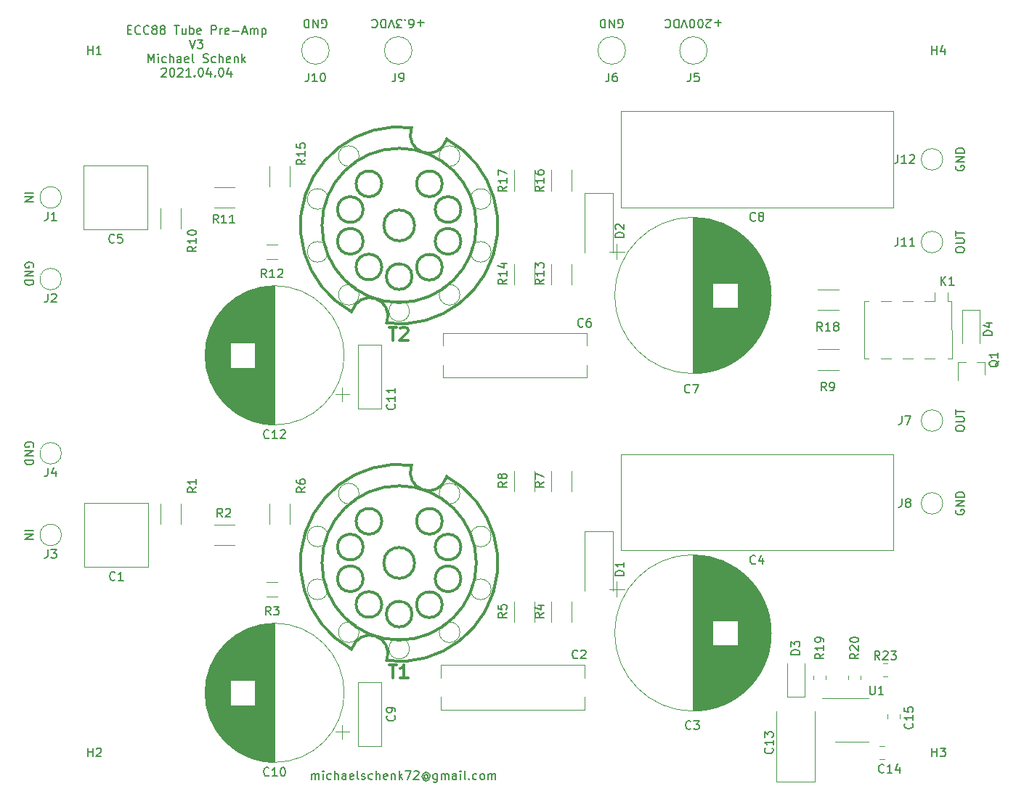
<source format=gbr>
G04 #@! TF.GenerationSoftware,KiCad,Pcbnew,(5.1.9-0-10_14)*
G04 #@! TF.CreationDate,2021-04-04T17:32:44+02:00*
G04 #@! TF.ProjectId,pre-amp-ecc88,7072652d-616d-4702-9d65-636338382e6b,rev?*
G04 #@! TF.SameCoordinates,Original*
G04 #@! TF.FileFunction,Legend,Top*
G04 #@! TF.FilePolarity,Positive*
%FSLAX46Y46*%
G04 Gerber Fmt 4.6, Leading zero omitted, Abs format (unit mm)*
G04 Created by KiCad (PCBNEW (5.1.9-0-10_14)) date 2021-04-04 17:32:44*
%MOMM*%
%LPD*%
G01*
G04 APERTURE LIST*
%ADD10C,0.150000*%
%ADD11C,0.120000*%
%ADD12C,0.378460*%
%ADD13C,0.100000*%
%ADD14C,0.304800*%
G04 APERTURE END LIST*
D10*
X75437904Y-73525000D02*
X75533142Y-73572619D01*
X75676000Y-73572619D01*
X75818857Y-73525000D01*
X75914095Y-73429761D01*
X75961714Y-73334523D01*
X76009333Y-73144047D01*
X76009333Y-73001190D01*
X75961714Y-72810714D01*
X75914095Y-72715476D01*
X75818857Y-72620238D01*
X75676000Y-72572619D01*
X75580761Y-72572619D01*
X75437904Y-72620238D01*
X75390285Y-72667857D01*
X75390285Y-73001190D01*
X75580761Y-73001190D01*
X74961714Y-72572619D02*
X74961714Y-73572619D01*
X74390285Y-72572619D01*
X74390285Y-73572619D01*
X73914095Y-72572619D02*
X73914095Y-73572619D01*
X73676000Y-73572619D01*
X73533142Y-73525000D01*
X73437904Y-73429761D01*
X73390285Y-73334523D01*
X73342666Y-73144047D01*
X73342666Y-73001190D01*
X73390285Y-72810714D01*
X73437904Y-72715476D01*
X73533142Y-72620238D01*
X73676000Y-72572619D01*
X73914095Y-72572619D01*
X109981904Y-73525000D02*
X110077142Y-73572619D01*
X110220000Y-73572619D01*
X110362857Y-73525000D01*
X110458095Y-73429761D01*
X110505714Y-73334523D01*
X110553333Y-73144047D01*
X110553333Y-73001190D01*
X110505714Y-72810714D01*
X110458095Y-72715476D01*
X110362857Y-72620238D01*
X110220000Y-72572619D01*
X110124761Y-72572619D01*
X109981904Y-72620238D01*
X109934285Y-72667857D01*
X109934285Y-73001190D01*
X110124761Y-73001190D01*
X109505714Y-72572619D02*
X109505714Y-73572619D01*
X108934285Y-72572619D01*
X108934285Y-73572619D01*
X108458095Y-72572619D02*
X108458095Y-73572619D01*
X108220000Y-73572619D01*
X108077142Y-73525000D01*
X107981904Y-73429761D01*
X107934285Y-73334523D01*
X107886666Y-73144047D01*
X107886666Y-73001190D01*
X107934285Y-72810714D01*
X107981904Y-72715476D01*
X108077142Y-72620238D01*
X108220000Y-72572619D01*
X108458095Y-72572619D01*
X87328000Y-72953571D02*
X86566095Y-72953571D01*
X86947047Y-72572619D02*
X86947047Y-73334523D01*
X85661333Y-73572619D02*
X85851809Y-73572619D01*
X85947047Y-73525000D01*
X85994666Y-73477380D01*
X86089904Y-73334523D01*
X86137523Y-73144047D01*
X86137523Y-72763095D01*
X86089904Y-72667857D01*
X86042285Y-72620238D01*
X85947047Y-72572619D01*
X85756571Y-72572619D01*
X85661333Y-72620238D01*
X85613714Y-72667857D01*
X85566095Y-72763095D01*
X85566095Y-73001190D01*
X85613714Y-73096428D01*
X85661333Y-73144047D01*
X85756571Y-73191666D01*
X85947047Y-73191666D01*
X86042285Y-73144047D01*
X86089904Y-73096428D01*
X86137523Y-73001190D01*
X85137523Y-72667857D02*
X85089904Y-72620238D01*
X85137523Y-72572619D01*
X85185142Y-72620238D01*
X85137523Y-72667857D01*
X85137523Y-72572619D01*
X84756571Y-73572619D02*
X84137523Y-73572619D01*
X84470857Y-73191666D01*
X84328000Y-73191666D01*
X84232761Y-73144047D01*
X84185142Y-73096428D01*
X84137523Y-73001190D01*
X84137523Y-72763095D01*
X84185142Y-72667857D01*
X84232761Y-72620238D01*
X84328000Y-72572619D01*
X84613714Y-72572619D01*
X84708952Y-72620238D01*
X84756571Y-72667857D01*
X83851809Y-73572619D02*
X83518476Y-72572619D01*
X83185142Y-73572619D01*
X82851809Y-72572619D02*
X82851809Y-73572619D01*
X82613714Y-73572619D01*
X82470857Y-73525000D01*
X82375619Y-73429761D01*
X82328000Y-73334523D01*
X82280380Y-73144047D01*
X82280380Y-73001190D01*
X82328000Y-72810714D01*
X82375619Y-72715476D01*
X82470857Y-72620238D01*
X82613714Y-72572619D01*
X82851809Y-72572619D01*
X81280380Y-72667857D02*
X81328000Y-72620238D01*
X81470857Y-72572619D01*
X81566095Y-72572619D01*
X81708952Y-72620238D01*
X81804190Y-72715476D01*
X81851809Y-72810714D01*
X81899428Y-73001190D01*
X81899428Y-73144047D01*
X81851809Y-73334523D01*
X81804190Y-73429761D01*
X81708952Y-73525000D01*
X81566095Y-73572619D01*
X81470857Y-73572619D01*
X81328000Y-73525000D01*
X81280380Y-73477380D01*
X121983095Y-72953571D02*
X121221190Y-72953571D01*
X121602142Y-72572619D02*
X121602142Y-73334523D01*
X120792619Y-73477380D02*
X120745000Y-73525000D01*
X120649761Y-73572619D01*
X120411666Y-73572619D01*
X120316428Y-73525000D01*
X120268809Y-73477380D01*
X120221190Y-73382142D01*
X120221190Y-73286904D01*
X120268809Y-73144047D01*
X120840238Y-72572619D01*
X120221190Y-72572619D01*
X119602142Y-73572619D02*
X119506904Y-73572619D01*
X119411666Y-73525000D01*
X119364047Y-73477380D01*
X119316428Y-73382142D01*
X119268809Y-73191666D01*
X119268809Y-72953571D01*
X119316428Y-72763095D01*
X119364047Y-72667857D01*
X119411666Y-72620238D01*
X119506904Y-72572619D01*
X119602142Y-72572619D01*
X119697380Y-72620238D01*
X119745000Y-72667857D01*
X119792619Y-72763095D01*
X119840238Y-72953571D01*
X119840238Y-73191666D01*
X119792619Y-73382142D01*
X119745000Y-73477380D01*
X119697380Y-73525000D01*
X119602142Y-73572619D01*
X118649761Y-73572619D02*
X118554523Y-73572619D01*
X118459285Y-73525000D01*
X118411666Y-73477380D01*
X118364047Y-73382142D01*
X118316428Y-73191666D01*
X118316428Y-72953571D01*
X118364047Y-72763095D01*
X118411666Y-72667857D01*
X118459285Y-72620238D01*
X118554523Y-72572619D01*
X118649761Y-72572619D01*
X118745000Y-72620238D01*
X118792619Y-72667857D01*
X118840238Y-72763095D01*
X118887857Y-72953571D01*
X118887857Y-73191666D01*
X118840238Y-73382142D01*
X118792619Y-73477380D01*
X118745000Y-73525000D01*
X118649761Y-73572619D01*
X118030714Y-73572619D02*
X117697380Y-72572619D01*
X117364047Y-73572619D01*
X117030714Y-72572619D02*
X117030714Y-73572619D01*
X116792619Y-73572619D01*
X116649761Y-73525000D01*
X116554523Y-73429761D01*
X116506904Y-73334523D01*
X116459285Y-73144047D01*
X116459285Y-73001190D01*
X116506904Y-72810714D01*
X116554523Y-72715476D01*
X116649761Y-72620238D01*
X116792619Y-72572619D01*
X117030714Y-72572619D01*
X115459285Y-72667857D02*
X115506904Y-72620238D01*
X115649761Y-72572619D01*
X115745000Y-72572619D01*
X115887857Y-72620238D01*
X115983095Y-72715476D01*
X116030714Y-72810714D01*
X116078333Y-73001190D01*
X116078333Y-73144047D01*
X116030714Y-73334523D01*
X115983095Y-73429761D01*
X115887857Y-73525000D01*
X115745000Y-73572619D01*
X115649761Y-73572619D01*
X115506904Y-73525000D01*
X115459285Y-73477380D01*
X149312380Y-99552000D02*
X149312380Y-99361523D01*
X149360000Y-99266285D01*
X149455238Y-99171047D01*
X149645714Y-99123428D01*
X149979047Y-99123428D01*
X150169523Y-99171047D01*
X150264761Y-99266285D01*
X150312380Y-99361523D01*
X150312380Y-99552000D01*
X150264761Y-99647238D01*
X150169523Y-99742476D01*
X149979047Y-99790095D01*
X149645714Y-99790095D01*
X149455238Y-99742476D01*
X149360000Y-99647238D01*
X149312380Y-99552000D01*
X149312380Y-98694857D02*
X150121904Y-98694857D01*
X150217142Y-98647238D01*
X150264761Y-98599619D01*
X150312380Y-98504380D01*
X150312380Y-98313904D01*
X150264761Y-98218666D01*
X150217142Y-98171047D01*
X150121904Y-98123428D01*
X149312380Y-98123428D01*
X149312380Y-97790095D02*
X149312380Y-97218666D01*
X150312380Y-97504380D02*
X149312380Y-97504380D01*
X149312380Y-120380000D02*
X149312380Y-120189523D01*
X149360000Y-120094285D01*
X149455238Y-119999047D01*
X149645714Y-119951428D01*
X149979047Y-119951428D01*
X150169523Y-119999047D01*
X150264761Y-120094285D01*
X150312380Y-120189523D01*
X150312380Y-120380000D01*
X150264761Y-120475238D01*
X150169523Y-120570476D01*
X149979047Y-120618095D01*
X149645714Y-120618095D01*
X149455238Y-120570476D01*
X149360000Y-120475238D01*
X149312380Y-120380000D01*
X149312380Y-119522857D02*
X150121904Y-119522857D01*
X150217142Y-119475238D01*
X150264761Y-119427619D01*
X150312380Y-119332380D01*
X150312380Y-119141904D01*
X150264761Y-119046666D01*
X150217142Y-118999047D01*
X150121904Y-118951428D01*
X149312380Y-118951428D01*
X149312380Y-118618095D02*
X149312380Y-118046666D01*
X150312380Y-118332380D02*
X149312380Y-118332380D01*
X149360000Y-129793904D02*
X149312380Y-129889142D01*
X149312380Y-130032000D01*
X149360000Y-130174857D01*
X149455238Y-130270095D01*
X149550476Y-130317714D01*
X149740952Y-130365333D01*
X149883809Y-130365333D01*
X150074285Y-130317714D01*
X150169523Y-130270095D01*
X150264761Y-130174857D01*
X150312380Y-130032000D01*
X150312380Y-129936761D01*
X150264761Y-129793904D01*
X150217142Y-129746285D01*
X149883809Y-129746285D01*
X149883809Y-129936761D01*
X150312380Y-129317714D02*
X149312380Y-129317714D01*
X150312380Y-128746285D01*
X149312380Y-128746285D01*
X150312380Y-128270095D02*
X149312380Y-128270095D01*
X149312380Y-128032000D01*
X149360000Y-127889142D01*
X149455238Y-127793904D01*
X149550476Y-127746285D01*
X149740952Y-127698666D01*
X149883809Y-127698666D01*
X150074285Y-127746285D01*
X150169523Y-127793904D01*
X150264761Y-127889142D01*
X150312380Y-128032000D01*
X150312380Y-128270095D01*
X149360000Y-89661904D02*
X149312380Y-89757142D01*
X149312380Y-89900000D01*
X149360000Y-90042857D01*
X149455238Y-90138095D01*
X149550476Y-90185714D01*
X149740952Y-90233333D01*
X149883809Y-90233333D01*
X150074285Y-90185714D01*
X150169523Y-90138095D01*
X150264761Y-90042857D01*
X150312380Y-89900000D01*
X150312380Y-89804761D01*
X150264761Y-89661904D01*
X150217142Y-89614285D01*
X149883809Y-89614285D01*
X149883809Y-89804761D01*
X150312380Y-89185714D02*
X149312380Y-89185714D01*
X150312380Y-88614285D01*
X149312380Y-88614285D01*
X150312380Y-88138095D02*
X149312380Y-88138095D01*
X149312380Y-87900000D01*
X149360000Y-87757142D01*
X149455238Y-87661904D01*
X149550476Y-87614285D01*
X149740952Y-87566666D01*
X149883809Y-87566666D01*
X150074285Y-87614285D01*
X150169523Y-87661904D01*
X150264761Y-87757142D01*
X150312380Y-87900000D01*
X150312380Y-88138095D01*
X41775000Y-101473095D02*
X41822619Y-101377857D01*
X41822619Y-101235000D01*
X41775000Y-101092142D01*
X41679761Y-100996904D01*
X41584523Y-100949285D01*
X41394047Y-100901666D01*
X41251190Y-100901666D01*
X41060714Y-100949285D01*
X40965476Y-100996904D01*
X40870238Y-101092142D01*
X40822619Y-101235000D01*
X40822619Y-101330238D01*
X40870238Y-101473095D01*
X40917857Y-101520714D01*
X41251190Y-101520714D01*
X41251190Y-101330238D01*
X40822619Y-101949285D02*
X41822619Y-101949285D01*
X40822619Y-102520714D01*
X41822619Y-102520714D01*
X40822619Y-102996904D02*
X41822619Y-102996904D01*
X41822619Y-103235000D01*
X41775000Y-103377857D01*
X41679761Y-103473095D01*
X41584523Y-103520714D01*
X41394047Y-103568333D01*
X41251190Y-103568333D01*
X41060714Y-103520714D01*
X40965476Y-103473095D01*
X40870238Y-103377857D01*
X40822619Y-103235000D01*
X40822619Y-102996904D01*
X41775000Y-122428095D02*
X41822619Y-122332857D01*
X41822619Y-122190000D01*
X41775000Y-122047142D01*
X41679761Y-121951904D01*
X41584523Y-121904285D01*
X41394047Y-121856666D01*
X41251190Y-121856666D01*
X41060714Y-121904285D01*
X40965476Y-121951904D01*
X40870238Y-122047142D01*
X40822619Y-122190000D01*
X40822619Y-122285238D01*
X40870238Y-122428095D01*
X40917857Y-122475714D01*
X41251190Y-122475714D01*
X41251190Y-122285238D01*
X40822619Y-122904285D02*
X41822619Y-122904285D01*
X40822619Y-123475714D01*
X41822619Y-123475714D01*
X40822619Y-123951904D02*
X41822619Y-123951904D01*
X41822619Y-124190000D01*
X41775000Y-124332857D01*
X41679761Y-124428095D01*
X41584523Y-124475714D01*
X41394047Y-124523333D01*
X41251190Y-124523333D01*
X41060714Y-124475714D01*
X40965476Y-124428095D01*
X40870238Y-124332857D01*
X40822619Y-124190000D01*
X40822619Y-123951904D01*
X40822619Y-132191190D02*
X41822619Y-132191190D01*
X40822619Y-132667380D02*
X41822619Y-132667380D01*
X40822619Y-133238809D01*
X41822619Y-133238809D01*
X40822619Y-92821190D02*
X41822619Y-92821190D01*
X40822619Y-93297380D02*
X41822619Y-93297380D01*
X40822619Y-93868809D01*
X41822619Y-93868809D01*
X52785380Y-73780571D02*
X53118714Y-73780571D01*
X53261571Y-74304380D02*
X52785380Y-74304380D01*
X52785380Y-73304380D01*
X53261571Y-73304380D01*
X54261571Y-74209142D02*
X54213952Y-74256761D01*
X54071095Y-74304380D01*
X53975857Y-74304380D01*
X53833000Y-74256761D01*
X53737761Y-74161523D01*
X53690142Y-74066285D01*
X53642523Y-73875809D01*
X53642523Y-73732952D01*
X53690142Y-73542476D01*
X53737761Y-73447238D01*
X53833000Y-73352000D01*
X53975857Y-73304380D01*
X54071095Y-73304380D01*
X54213952Y-73352000D01*
X54261571Y-73399619D01*
X55261571Y-74209142D02*
X55213952Y-74256761D01*
X55071095Y-74304380D01*
X54975857Y-74304380D01*
X54833000Y-74256761D01*
X54737761Y-74161523D01*
X54690142Y-74066285D01*
X54642523Y-73875809D01*
X54642523Y-73732952D01*
X54690142Y-73542476D01*
X54737761Y-73447238D01*
X54833000Y-73352000D01*
X54975857Y-73304380D01*
X55071095Y-73304380D01*
X55213952Y-73352000D01*
X55261571Y-73399619D01*
X55833000Y-73732952D02*
X55737761Y-73685333D01*
X55690142Y-73637714D01*
X55642523Y-73542476D01*
X55642523Y-73494857D01*
X55690142Y-73399619D01*
X55737761Y-73352000D01*
X55833000Y-73304380D01*
X56023476Y-73304380D01*
X56118714Y-73352000D01*
X56166333Y-73399619D01*
X56213952Y-73494857D01*
X56213952Y-73542476D01*
X56166333Y-73637714D01*
X56118714Y-73685333D01*
X56023476Y-73732952D01*
X55833000Y-73732952D01*
X55737761Y-73780571D01*
X55690142Y-73828190D01*
X55642523Y-73923428D01*
X55642523Y-74113904D01*
X55690142Y-74209142D01*
X55737761Y-74256761D01*
X55833000Y-74304380D01*
X56023476Y-74304380D01*
X56118714Y-74256761D01*
X56166333Y-74209142D01*
X56213952Y-74113904D01*
X56213952Y-73923428D01*
X56166333Y-73828190D01*
X56118714Y-73780571D01*
X56023476Y-73732952D01*
X56785380Y-73732952D02*
X56690142Y-73685333D01*
X56642523Y-73637714D01*
X56594904Y-73542476D01*
X56594904Y-73494857D01*
X56642523Y-73399619D01*
X56690142Y-73352000D01*
X56785380Y-73304380D01*
X56975857Y-73304380D01*
X57071095Y-73352000D01*
X57118714Y-73399619D01*
X57166333Y-73494857D01*
X57166333Y-73542476D01*
X57118714Y-73637714D01*
X57071095Y-73685333D01*
X56975857Y-73732952D01*
X56785380Y-73732952D01*
X56690142Y-73780571D01*
X56642523Y-73828190D01*
X56594904Y-73923428D01*
X56594904Y-74113904D01*
X56642523Y-74209142D01*
X56690142Y-74256761D01*
X56785380Y-74304380D01*
X56975857Y-74304380D01*
X57071095Y-74256761D01*
X57118714Y-74209142D01*
X57166333Y-74113904D01*
X57166333Y-73923428D01*
X57118714Y-73828190D01*
X57071095Y-73780571D01*
X56975857Y-73732952D01*
X58213952Y-73304380D02*
X58785380Y-73304380D01*
X58499666Y-74304380D02*
X58499666Y-73304380D01*
X59547285Y-73637714D02*
X59547285Y-74304380D01*
X59118714Y-73637714D02*
X59118714Y-74161523D01*
X59166333Y-74256761D01*
X59261571Y-74304380D01*
X59404428Y-74304380D01*
X59499666Y-74256761D01*
X59547285Y-74209142D01*
X60023476Y-74304380D02*
X60023476Y-73304380D01*
X60023476Y-73685333D02*
X60118714Y-73637714D01*
X60309190Y-73637714D01*
X60404428Y-73685333D01*
X60452047Y-73732952D01*
X60499666Y-73828190D01*
X60499666Y-74113904D01*
X60452047Y-74209142D01*
X60404428Y-74256761D01*
X60309190Y-74304380D01*
X60118714Y-74304380D01*
X60023476Y-74256761D01*
X61309190Y-74256761D02*
X61213952Y-74304380D01*
X61023476Y-74304380D01*
X60928238Y-74256761D01*
X60880619Y-74161523D01*
X60880619Y-73780571D01*
X60928238Y-73685333D01*
X61023476Y-73637714D01*
X61213952Y-73637714D01*
X61309190Y-73685333D01*
X61356809Y-73780571D01*
X61356809Y-73875809D01*
X60880619Y-73971047D01*
X62547285Y-74304380D02*
X62547285Y-73304380D01*
X62928238Y-73304380D01*
X63023476Y-73352000D01*
X63071095Y-73399619D01*
X63118714Y-73494857D01*
X63118714Y-73637714D01*
X63071095Y-73732952D01*
X63023476Y-73780571D01*
X62928238Y-73828190D01*
X62547285Y-73828190D01*
X63547285Y-74304380D02*
X63547285Y-73637714D01*
X63547285Y-73828190D02*
X63594904Y-73732952D01*
X63642523Y-73685333D01*
X63737761Y-73637714D01*
X63833000Y-73637714D01*
X64547285Y-74256761D02*
X64452047Y-74304380D01*
X64261571Y-74304380D01*
X64166333Y-74256761D01*
X64118714Y-74161523D01*
X64118714Y-73780571D01*
X64166333Y-73685333D01*
X64261571Y-73637714D01*
X64452047Y-73637714D01*
X64547285Y-73685333D01*
X64594904Y-73780571D01*
X64594904Y-73875809D01*
X64118714Y-73971047D01*
X65023476Y-73923428D02*
X65785380Y-73923428D01*
X66213952Y-74018666D02*
X66690142Y-74018666D01*
X66118714Y-74304380D02*
X66452047Y-73304380D01*
X66785380Y-74304380D01*
X67118714Y-74304380D02*
X67118714Y-73637714D01*
X67118714Y-73732952D02*
X67166333Y-73685333D01*
X67261571Y-73637714D01*
X67404428Y-73637714D01*
X67499666Y-73685333D01*
X67547285Y-73780571D01*
X67547285Y-74304380D01*
X67547285Y-73780571D02*
X67594904Y-73685333D01*
X67690142Y-73637714D01*
X67833000Y-73637714D01*
X67928238Y-73685333D01*
X67975857Y-73780571D01*
X67975857Y-74304380D01*
X68452047Y-73637714D02*
X68452047Y-74637714D01*
X68452047Y-73685333D02*
X68547285Y-73637714D01*
X68737761Y-73637714D01*
X68833000Y-73685333D01*
X68880619Y-73732952D01*
X68928238Y-73828190D01*
X68928238Y-74113904D01*
X68880619Y-74209142D01*
X68833000Y-74256761D01*
X68737761Y-74304380D01*
X68547285Y-74304380D01*
X68452047Y-74256761D01*
X60023476Y-74954380D02*
X60356809Y-75954380D01*
X60690142Y-74954380D01*
X60928238Y-74954380D02*
X61547285Y-74954380D01*
X61213952Y-75335333D01*
X61356809Y-75335333D01*
X61452047Y-75382952D01*
X61499666Y-75430571D01*
X61547285Y-75525809D01*
X61547285Y-75763904D01*
X61499666Y-75859142D01*
X61452047Y-75906761D01*
X61356809Y-75954380D01*
X61071095Y-75954380D01*
X60975857Y-75906761D01*
X60928238Y-75859142D01*
X55213952Y-77604380D02*
X55213952Y-76604380D01*
X55547285Y-77318666D01*
X55880619Y-76604380D01*
X55880619Y-77604380D01*
X56356809Y-77604380D02*
X56356809Y-76937714D01*
X56356809Y-76604380D02*
X56309190Y-76652000D01*
X56356809Y-76699619D01*
X56404428Y-76652000D01*
X56356809Y-76604380D01*
X56356809Y-76699619D01*
X57261571Y-77556761D02*
X57166333Y-77604380D01*
X56975857Y-77604380D01*
X56880619Y-77556761D01*
X56833000Y-77509142D01*
X56785380Y-77413904D01*
X56785380Y-77128190D01*
X56833000Y-77032952D01*
X56880619Y-76985333D01*
X56975857Y-76937714D01*
X57166333Y-76937714D01*
X57261571Y-76985333D01*
X57690142Y-77604380D02*
X57690142Y-76604380D01*
X58118714Y-77604380D02*
X58118714Y-77080571D01*
X58071095Y-76985333D01*
X57975857Y-76937714D01*
X57833000Y-76937714D01*
X57737761Y-76985333D01*
X57690142Y-77032952D01*
X59023476Y-77604380D02*
X59023476Y-77080571D01*
X58975857Y-76985333D01*
X58880619Y-76937714D01*
X58690142Y-76937714D01*
X58594904Y-76985333D01*
X59023476Y-77556761D02*
X58928238Y-77604380D01*
X58690142Y-77604380D01*
X58594904Y-77556761D01*
X58547285Y-77461523D01*
X58547285Y-77366285D01*
X58594904Y-77271047D01*
X58690142Y-77223428D01*
X58928238Y-77223428D01*
X59023476Y-77175809D01*
X59880619Y-77556761D02*
X59785380Y-77604380D01*
X59594904Y-77604380D01*
X59499666Y-77556761D01*
X59452047Y-77461523D01*
X59452047Y-77080571D01*
X59499666Y-76985333D01*
X59594904Y-76937714D01*
X59785380Y-76937714D01*
X59880619Y-76985333D01*
X59928238Y-77080571D01*
X59928238Y-77175809D01*
X59452047Y-77271047D01*
X60499666Y-77604380D02*
X60404428Y-77556761D01*
X60356809Y-77461523D01*
X60356809Y-76604380D01*
X61594904Y-77556761D02*
X61737761Y-77604380D01*
X61975857Y-77604380D01*
X62071095Y-77556761D01*
X62118714Y-77509142D01*
X62166333Y-77413904D01*
X62166333Y-77318666D01*
X62118714Y-77223428D01*
X62071095Y-77175809D01*
X61975857Y-77128190D01*
X61785380Y-77080571D01*
X61690142Y-77032952D01*
X61642523Y-76985333D01*
X61594904Y-76890095D01*
X61594904Y-76794857D01*
X61642523Y-76699619D01*
X61690142Y-76652000D01*
X61785380Y-76604380D01*
X62023476Y-76604380D01*
X62166333Y-76652000D01*
X63023476Y-77556761D02*
X62928238Y-77604380D01*
X62737761Y-77604380D01*
X62642523Y-77556761D01*
X62594904Y-77509142D01*
X62547285Y-77413904D01*
X62547285Y-77128190D01*
X62594904Y-77032952D01*
X62642523Y-76985333D01*
X62737761Y-76937714D01*
X62928238Y-76937714D01*
X63023476Y-76985333D01*
X63452047Y-77604380D02*
X63452047Y-76604380D01*
X63880619Y-77604380D02*
X63880619Y-77080571D01*
X63833000Y-76985333D01*
X63737761Y-76937714D01*
X63594904Y-76937714D01*
X63499666Y-76985333D01*
X63452047Y-77032952D01*
X64737761Y-77556761D02*
X64642523Y-77604380D01*
X64452047Y-77604380D01*
X64356809Y-77556761D01*
X64309190Y-77461523D01*
X64309190Y-77080571D01*
X64356809Y-76985333D01*
X64452047Y-76937714D01*
X64642523Y-76937714D01*
X64737761Y-76985333D01*
X64785380Y-77080571D01*
X64785380Y-77175809D01*
X64309190Y-77271047D01*
X65213952Y-76937714D02*
X65213952Y-77604380D01*
X65213952Y-77032952D02*
X65261571Y-76985333D01*
X65356809Y-76937714D01*
X65499666Y-76937714D01*
X65594904Y-76985333D01*
X65642523Y-77080571D01*
X65642523Y-77604380D01*
X66118714Y-77604380D02*
X66118714Y-76604380D01*
X66213952Y-77223428D02*
X66499666Y-77604380D01*
X66499666Y-76937714D02*
X66118714Y-77318666D01*
X56737761Y-78349619D02*
X56785380Y-78302000D01*
X56880619Y-78254380D01*
X57118714Y-78254380D01*
X57213952Y-78302000D01*
X57261571Y-78349619D01*
X57309190Y-78444857D01*
X57309190Y-78540095D01*
X57261571Y-78682952D01*
X56690142Y-79254380D01*
X57309190Y-79254380D01*
X57928238Y-78254380D02*
X58023476Y-78254380D01*
X58118714Y-78302000D01*
X58166333Y-78349619D01*
X58213952Y-78444857D01*
X58261571Y-78635333D01*
X58261571Y-78873428D01*
X58213952Y-79063904D01*
X58166333Y-79159142D01*
X58118714Y-79206761D01*
X58023476Y-79254380D01*
X57928238Y-79254380D01*
X57833000Y-79206761D01*
X57785380Y-79159142D01*
X57737761Y-79063904D01*
X57690142Y-78873428D01*
X57690142Y-78635333D01*
X57737761Y-78444857D01*
X57785380Y-78349619D01*
X57833000Y-78302000D01*
X57928238Y-78254380D01*
X58642523Y-78349619D02*
X58690142Y-78302000D01*
X58785380Y-78254380D01*
X59023476Y-78254380D01*
X59118714Y-78302000D01*
X59166333Y-78349619D01*
X59213952Y-78444857D01*
X59213952Y-78540095D01*
X59166333Y-78682952D01*
X58594904Y-79254380D01*
X59213952Y-79254380D01*
X60166333Y-79254380D02*
X59594904Y-79254380D01*
X59880619Y-79254380D02*
X59880619Y-78254380D01*
X59785380Y-78397238D01*
X59690142Y-78492476D01*
X59594904Y-78540095D01*
X60594904Y-79159142D02*
X60642523Y-79206761D01*
X60594904Y-79254380D01*
X60547285Y-79206761D01*
X60594904Y-79159142D01*
X60594904Y-79254380D01*
X61261571Y-78254380D02*
X61356809Y-78254380D01*
X61452047Y-78302000D01*
X61499666Y-78349619D01*
X61547285Y-78444857D01*
X61594904Y-78635333D01*
X61594904Y-78873428D01*
X61547285Y-79063904D01*
X61499666Y-79159142D01*
X61452047Y-79206761D01*
X61356809Y-79254380D01*
X61261571Y-79254380D01*
X61166333Y-79206761D01*
X61118714Y-79159142D01*
X61071095Y-79063904D01*
X61023476Y-78873428D01*
X61023476Y-78635333D01*
X61071095Y-78444857D01*
X61118714Y-78349619D01*
X61166333Y-78302000D01*
X61261571Y-78254380D01*
X62452047Y-78587714D02*
X62452047Y-79254380D01*
X62213952Y-78206761D02*
X61975857Y-78921047D01*
X62594904Y-78921047D01*
X62975857Y-79159142D02*
X63023476Y-79206761D01*
X62975857Y-79254380D01*
X62928238Y-79206761D01*
X62975857Y-79159142D01*
X62975857Y-79254380D01*
X63642523Y-78254380D02*
X63737761Y-78254380D01*
X63833000Y-78302000D01*
X63880619Y-78349619D01*
X63928238Y-78444857D01*
X63975857Y-78635333D01*
X63975857Y-78873428D01*
X63928238Y-79063904D01*
X63880619Y-79159142D01*
X63833000Y-79206761D01*
X63737761Y-79254380D01*
X63642523Y-79254380D01*
X63547285Y-79206761D01*
X63499666Y-79159142D01*
X63452047Y-79063904D01*
X63404428Y-78873428D01*
X63404428Y-78635333D01*
X63452047Y-78444857D01*
X63499666Y-78349619D01*
X63547285Y-78302000D01*
X63642523Y-78254380D01*
X64833000Y-78587714D02*
X64833000Y-79254380D01*
X64594904Y-78206761D02*
X64356809Y-78921047D01*
X64975857Y-78921047D01*
X74248714Y-161234380D02*
X74248714Y-160567714D01*
X74248714Y-160662952D02*
X74296333Y-160615333D01*
X74391571Y-160567714D01*
X74534428Y-160567714D01*
X74629666Y-160615333D01*
X74677285Y-160710571D01*
X74677285Y-161234380D01*
X74677285Y-160710571D02*
X74724904Y-160615333D01*
X74820142Y-160567714D01*
X74963000Y-160567714D01*
X75058238Y-160615333D01*
X75105857Y-160710571D01*
X75105857Y-161234380D01*
X75582047Y-161234380D02*
X75582047Y-160567714D01*
X75582047Y-160234380D02*
X75534428Y-160282000D01*
X75582047Y-160329619D01*
X75629666Y-160282000D01*
X75582047Y-160234380D01*
X75582047Y-160329619D01*
X76486809Y-161186761D02*
X76391571Y-161234380D01*
X76201095Y-161234380D01*
X76105857Y-161186761D01*
X76058238Y-161139142D01*
X76010619Y-161043904D01*
X76010619Y-160758190D01*
X76058238Y-160662952D01*
X76105857Y-160615333D01*
X76201095Y-160567714D01*
X76391571Y-160567714D01*
X76486809Y-160615333D01*
X76915380Y-161234380D02*
X76915380Y-160234380D01*
X77343952Y-161234380D02*
X77343952Y-160710571D01*
X77296333Y-160615333D01*
X77201095Y-160567714D01*
X77058238Y-160567714D01*
X76963000Y-160615333D01*
X76915380Y-160662952D01*
X78248714Y-161234380D02*
X78248714Y-160710571D01*
X78201095Y-160615333D01*
X78105857Y-160567714D01*
X77915380Y-160567714D01*
X77820142Y-160615333D01*
X78248714Y-161186761D02*
X78153476Y-161234380D01*
X77915380Y-161234380D01*
X77820142Y-161186761D01*
X77772523Y-161091523D01*
X77772523Y-160996285D01*
X77820142Y-160901047D01*
X77915380Y-160853428D01*
X78153476Y-160853428D01*
X78248714Y-160805809D01*
X79105857Y-161186761D02*
X79010619Y-161234380D01*
X78820142Y-161234380D01*
X78724904Y-161186761D01*
X78677285Y-161091523D01*
X78677285Y-160710571D01*
X78724904Y-160615333D01*
X78820142Y-160567714D01*
X79010619Y-160567714D01*
X79105857Y-160615333D01*
X79153476Y-160710571D01*
X79153476Y-160805809D01*
X78677285Y-160901047D01*
X79724904Y-161234380D02*
X79629666Y-161186761D01*
X79582047Y-161091523D01*
X79582047Y-160234380D01*
X80058238Y-161186761D02*
X80153476Y-161234380D01*
X80343952Y-161234380D01*
X80439190Y-161186761D01*
X80486809Y-161091523D01*
X80486809Y-161043904D01*
X80439190Y-160948666D01*
X80343952Y-160901047D01*
X80201095Y-160901047D01*
X80105857Y-160853428D01*
X80058238Y-160758190D01*
X80058238Y-160710571D01*
X80105857Y-160615333D01*
X80201095Y-160567714D01*
X80343952Y-160567714D01*
X80439190Y-160615333D01*
X81343952Y-161186761D02*
X81248714Y-161234380D01*
X81058238Y-161234380D01*
X80963000Y-161186761D01*
X80915380Y-161139142D01*
X80867761Y-161043904D01*
X80867761Y-160758190D01*
X80915380Y-160662952D01*
X80963000Y-160615333D01*
X81058238Y-160567714D01*
X81248714Y-160567714D01*
X81343952Y-160615333D01*
X81772523Y-161234380D02*
X81772523Y-160234380D01*
X82201095Y-161234380D02*
X82201095Y-160710571D01*
X82153476Y-160615333D01*
X82058238Y-160567714D01*
X81915380Y-160567714D01*
X81820142Y-160615333D01*
X81772523Y-160662952D01*
X83058238Y-161186761D02*
X82963000Y-161234380D01*
X82772523Y-161234380D01*
X82677285Y-161186761D01*
X82629666Y-161091523D01*
X82629666Y-160710571D01*
X82677285Y-160615333D01*
X82772523Y-160567714D01*
X82963000Y-160567714D01*
X83058238Y-160615333D01*
X83105857Y-160710571D01*
X83105857Y-160805809D01*
X82629666Y-160901047D01*
X83534428Y-160567714D02*
X83534428Y-161234380D01*
X83534428Y-160662952D02*
X83582047Y-160615333D01*
X83677285Y-160567714D01*
X83820142Y-160567714D01*
X83915380Y-160615333D01*
X83963000Y-160710571D01*
X83963000Y-161234380D01*
X84439190Y-161234380D02*
X84439190Y-160234380D01*
X84534428Y-160853428D02*
X84820142Y-161234380D01*
X84820142Y-160567714D02*
X84439190Y-160948666D01*
X85153476Y-160234380D02*
X85820142Y-160234380D01*
X85391571Y-161234380D01*
X86153476Y-160329619D02*
X86201095Y-160282000D01*
X86296333Y-160234380D01*
X86534428Y-160234380D01*
X86629666Y-160282000D01*
X86677285Y-160329619D01*
X86724904Y-160424857D01*
X86724904Y-160520095D01*
X86677285Y-160662952D01*
X86105857Y-161234380D01*
X86724904Y-161234380D01*
X87772523Y-160758190D02*
X87724904Y-160710571D01*
X87629666Y-160662952D01*
X87534428Y-160662952D01*
X87439190Y-160710571D01*
X87391571Y-160758190D01*
X87343952Y-160853428D01*
X87343952Y-160948666D01*
X87391571Y-161043904D01*
X87439190Y-161091523D01*
X87534428Y-161139142D01*
X87629666Y-161139142D01*
X87724904Y-161091523D01*
X87772523Y-161043904D01*
X87772523Y-160662952D02*
X87772523Y-161043904D01*
X87820142Y-161091523D01*
X87867761Y-161091523D01*
X87963000Y-161043904D01*
X88010619Y-160948666D01*
X88010619Y-160710571D01*
X87915380Y-160567714D01*
X87772523Y-160472476D01*
X87582047Y-160424857D01*
X87391571Y-160472476D01*
X87248714Y-160567714D01*
X87153476Y-160710571D01*
X87105857Y-160901047D01*
X87153476Y-161091523D01*
X87248714Y-161234380D01*
X87391571Y-161329619D01*
X87582047Y-161377238D01*
X87772523Y-161329619D01*
X87915380Y-161234380D01*
X88867761Y-160567714D02*
X88867761Y-161377238D01*
X88820142Y-161472476D01*
X88772523Y-161520095D01*
X88677285Y-161567714D01*
X88534428Y-161567714D01*
X88439190Y-161520095D01*
X88867761Y-161186761D02*
X88772523Y-161234380D01*
X88582047Y-161234380D01*
X88486809Y-161186761D01*
X88439190Y-161139142D01*
X88391571Y-161043904D01*
X88391571Y-160758190D01*
X88439190Y-160662952D01*
X88486809Y-160615333D01*
X88582047Y-160567714D01*
X88772523Y-160567714D01*
X88867761Y-160615333D01*
X89343952Y-161234380D02*
X89343952Y-160567714D01*
X89343952Y-160662952D02*
X89391571Y-160615333D01*
X89486809Y-160567714D01*
X89629666Y-160567714D01*
X89724904Y-160615333D01*
X89772523Y-160710571D01*
X89772523Y-161234380D01*
X89772523Y-160710571D02*
X89820142Y-160615333D01*
X89915380Y-160567714D01*
X90058238Y-160567714D01*
X90153476Y-160615333D01*
X90201095Y-160710571D01*
X90201095Y-161234380D01*
X91105857Y-161234380D02*
X91105857Y-160710571D01*
X91058238Y-160615333D01*
X90963000Y-160567714D01*
X90772523Y-160567714D01*
X90677285Y-160615333D01*
X91105857Y-161186761D02*
X91010619Y-161234380D01*
X90772523Y-161234380D01*
X90677285Y-161186761D01*
X90629666Y-161091523D01*
X90629666Y-160996285D01*
X90677285Y-160901047D01*
X90772523Y-160853428D01*
X91010619Y-160853428D01*
X91105857Y-160805809D01*
X91582047Y-161234380D02*
X91582047Y-160567714D01*
X91582047Y-160234380D02*
X91534428Y-160282000D01*
X91582047Y-160329619D01*
X91629666Y-160282000D01*
X91582047Y-160234380D01*
X91582047Y-160329619D01*
X92201095Y-161234380D02*
X92105857Y-161186761D01*
X92058238Y-161091523D01*
X92058238Y-160234380D01*
X92582047Y-161139142D02*
X92629666Y-161186761D01*
X92582047Y-161234380D01*
X92534428Y-161186761D01*
X92582047Y-161139142D01*
X92582047Y-161234380D01*
X93486809Y-161186761D02*
X93391571Y-161234380D01*
X93201095Y-161234380D01*
X93105857Y-161186761D01*
X93058238Y-161139142D01*
X93010619Y-161043904D01*
X93010619Y-160758190D01*
X93058238Y-160662952D01*
X93105857Y-160615333D01*
X93201095Y-160567714D01*
X93391571Y-160567714D01*
X93486809Y-160615333D01*
X94058238Y-161234380D02*
X93963000Y-161186761D01*
X93915380Y-161139142D01*
X93867761Y-161043904D01*
X93867761Y-160758190D01*
X93915380Y-160662952D01*
X93963000Y-160615333D01*
X94058238Y-160567714D01*
X94201095Y-160567714D01*
X94296333Y-160615333D01*
X94343952Y-160662952D01*
X94391571Y-160758190D01*
X94391571Y-161043904D01*
X94343952Y-161139142D01*
X94296333Y-161186761D01*
X94201095Y-161234380D01*
X94058238Y-161234380D01*
X94820142Y-161234380D02*
X94820142Y-160567714D01*
X94820142Y-160662952D02*
X94867761Y-160615333D01*
X94963000Y-160567714D01*
X95105857Y-160567714D01*
X95201095Y-160615333D01*
X95248714Y-160710571D01*
X95248714Y-161234380D01*
X95248714Y-160710571D02*
X95296333Y-160615333D01*
X95391571Y-160567714D01*
X95534428Y-160567714D01*
X95629666Y-160615333D01*
X95677285Y-160710571D01*
X95677285Y-161234380D01*
D11*
X137222000Y-156865000D02*
X139172000Y-156865000D01*
X137222000Y-156865000D02*
X135272000Y-156865000D01*
X137222000Y-151745000D02*
X139172000Y-151745000D01*
X137222000Y-151745000D02*
X133772000Y-151745000D01*
X140885936Y-147728000D02*
X141340064Y-147728000D01*
X140885936Y-149198000D02*
X141340064Y-149198000D01*
X138276000Y-149140936D02*
X138276000Y-149595064D01*
X136806000Y-149140936D02*
X136806000Y-149595064D01*
X132742000Y-149595064D02*
X132742000Y-149140936D01*
X134212000Y-149595064D02*
X134212000Y-149140936D01*
X152710000Y-112540000D02*
X151780000Y-112540000D01*
X149550000Y-112540000D02*
X150480000Y-112540000D01*
X149550000Y-112540000D02*
X149550000Y-114700000D01*
X152710000Y-112540000D02*
X152710000Y-114000000D01*
X152130000Y-106462000D02*
X150130000Y-106462000D01*
X150130000Y-106462000D02*
X150130000Y-110362000D01*
X152130000Y-106462000D02*
X152130000Y-110362000D01*
X129683000Y-151602000D02*
X131683000Y-151602000D01*
X131683000Y-151602000D02*
X131683000Y-147702000D01*
X129683000Y-151602000D02*
X129683000Y-147702000D01*
X141378000Y-154163752D02*
X141378000Y-153641248D01*
X142848000Y-154163752D02*
X142848000Y-153641248D01*
X140476248Y-157380000D02*
X140998752Y-157380000D01*
X140476248Y-158850000D02*
X140998752Y-158850000D01*
X128423000Y-153297000D02*
X128423000Y-161532000D01*
X128423000Y-161532000D02*
X132943000Y-161532000D01*
X132943000Y-161532000D02*
X132943000Y-153297000D01*
X148854000Y-105468000D02*
X148864000Y-112128000D01*
X148864000Y-112128000D02*
X148364000Y-112128000D01*
X146864000Y-112118000D02*
X145714000Y-112118000D01*
X144364000Y-112118000D02*
X143164000Y-112128000D01*
X141764000Y-112118000D02*
X140614000Y-112118000D01*
X139164000Y-112128000D02*
X138664000Y-112128000D01*
X138664000Y-112128000D02*
X138664000Y-105428000D01*
X138664000Y-105428000D02*
X139164000Y-105428000D01*
X140564000Y-105418000D02*
X141764000Y-105418000D01*
X143164000Y-105428000D02*
X144364000Y-105418000D01*
X145714000Y-105418000D02*
X146864000Y-105418000D01*
X148854000Y-105468000D02*
X148354000Y-105468000D01*
X148354000Y-105468000D02*
X148364000Y-104418000D01*
X146854000Y-105418000D02*
X146864000Y-104418000D01*
D12*
X91638120Y-98460560D02*
G75*
G03*
X91638120Y-98460560I-1498600J0D01*
G01*
X89461340Y-101483160D02*
G75*
G03*
X89461340Y-101483160I-1498600J0D01*
G01*
X85940900Y-102582980D02*
G75*
G03*
X85940900Y-102582980I-1498600J0D01*
G01*
X82410300Y-101457760D02*
G75*
G03*
X82410300Y-101457760I-1498600J0D01*
G01*
X80238600Y-98458020D02*
G75*
G03*
X80238600Y-98458020I-1498600J0D01*
G01*
X80236060Y-94759780D02*
G75*
G03*
X80236060Y-94759780I-1498600J0D01*
G01*
X82412840Y-91757500D02*
G75*
G03*
X82412840Y-91757500I-1498600J0D01*
G01*
X89461340Y-91757500D02*
G75*
G03*
X89461340Y-91757500I-1498600J0D01*
G01*
X91638120Y-94759780D02*
G75*
G03*
X91638120Y-94759780I-1498600J0D01*
G01*
X89938860Y-86509860D02*
X89865200Y-86809580D01*
X85940900Y-85209380D02*
X85839300Y-85410040D01*
X78915260Y-106685080D02*
X78988920Y-106509820D01*
X82964020Y-108008420D02*
X83040220Y-107807760D01*
X86240620Y-96608900D02*
G75*
G03*
X86240620Y-96608900I-1800860J0D01*
G01*
X93436440Y-96608900D02*
G75*
G03*
X93436440Y-96608900I-8996680J0D01*
G01*
X83042760Y-107784900D02*
G75*
G03*
X81640680Y-105133140I-2026920J624840D01*
G01*
X81666080Y-105133140D02*
G75*
G03*
X78988920Y-106509820I-650240J-2026920D01*
G01*
X85836760Y-85410040D02*
G75*
G03*
X87215980Y-88084660I2026920J-647700D01*
G01*
X87188040Y-88084660D02*
G75*
G03*
X89890600Y-86733380I675640J2026920D01*
G01*
X94538800Y-102108000D02*
G75*
G03*
X89938860Y-86509860I-10099040J5499100D01*
G01*
X82964020Y-108008420D02*
G75*
G03*
X95839280Y-98084640I1475740J11399520D01*
G01*
X74363580Y-91059000D02*
G75*
G03*
X78889860Y-106685080I10076180J-5549900D01*
G01*
X85940900Y-85209380D02*
G75*
G03*
X73040240Y-95107760I-1501140J-11399520D01*
G01*
X91638120Y-137830560D02*
G75*
G03*
X91638120Y-137830560I-1498600J0D01*
G01*
X89461340Y-140853160D02*
G75*
G03*
X89461340Y-140853160I-1498600J0D01*
G01*
X85940900Y-141952980D02*
G75*
G03*
X85940900Y-141952980I-1498600J0D01*
G01*
X82410300Y-140827760D02*
G75*
G03*
X82410300Y-140827760I-1498600J0D01*
G01*
X80238600Y-137828020D02*
G75*
G03*
X80238600Y-137828020I-1498600J0D01*
G01*
X80236060Y-134129780D02*
G75*
G03*
X80236060Y-134129780I-1498600J0D01*
G01*
X82412840Y-131127500D02*
G75*
G03*
X82412840Y-131127500I-1498600J0D01*
G01*
X89461340Y-131127500D02*
G75*
G03*
X89461340Y-131127500I-1498600J0D01*
G01*
X91638120Y-134129780D02*
G75*
G03*
X91638120Y-134129780I-1498600J0D01*
G01*
X89938860Y-125879860D02*
X89865200Y-126179580D01*
X85940900Y-124579380D02*
X85839300Y-124780040D01*
X78915260Y-146055080D02*
X78988920Y-145879820D01*
X82964020Y-147378420D02*
X83040220Y-147177760D01*
X86240620Y-135978900D02*
G75*
G03*
X86240620Y-135978900I-1800860J0D01*
G01*
X93436440Y-135978900D02*
G75*
G03*
X93436440Y-135978900I-8996680J0D01*
G01*
X83042760Y-147154900D02*
G75*
G03*
X81640680Y-144503140I-2026920J624840D01*
G01*
X81666080Y-144503140D02*
G75*
G03*
X78988920Y-145879820I-650240J-2026920D01*
G01*
X85836760Y-124780040D02*
G75*
G03*
X87215980Y-127454660I2026920J-647700D01*
G01*
X87188040Y-127454660D02*
G75*
G03*
X89890600Y-126103380I675640J2026920D01*
G01*
X94538800Y-141478000D02*
G75*
G03*
X89938860Y-125879860I-10099040J5499100D01*
G01*
X82964020Y-147378420D02*
G75*
G03*
X95839280Y-137454640I1475740J11399520D01*
G01*
X74363580Y-130429000D02*
G75*
G03*
X78889860Y-146055080I10076180J-5549900D01*
G01*
X85940900Y-124579380D02*
G75*
G03*
X73040240Y-134477760I-1501140J-11399520D01*
G01*
D11*
X109346000Y-92842000D02*
X106046000Y-92842000D01*
X106046000Y-92842000D02*
X106046000Y-99742000D01*
X109346000Y-92842000D02*
X109346000Y-99742000D01*
X109346000Y-132292000D02*
X106046000Y-132292000D01*
X106046000Y-132292000D02*
X106046000Y-139192000D01*
X109346000Y-132292000D02*
X109346000Y-139192000D01*
X142015000Y-94520000D02*
X110275000Y-94520000D01*
X142015000Y-83280000D02*
X110275000Y-83280000D01*
X142015000Y-94520000D02*
X142015000Y-83280000D01*
X110275000Y-94520000D02*
X110275000Y-83280000D01*
X142015000Y-134525000D02*
X110275000Y-134525000D01*
X142015000Y-123285000D02*
X110275000Y-123285000D01*
X142015000Y-134525000D02*
X142015000Y-123285000D01*
X110275000Y-134525000D02*
X110275000Y-123285000D01*
X77799491Y-117115000D02*
X77799491Y-115515000D01*
X78599491Y-116315000D02*
X76999491Y-116315000D01*
X61829000Y-112525000D02*
X61829000Y-110995000D01*
X61869000Y-112858000D02*
X61869000Y-110662000D01*
X61909000Y-113111000D02*
X61909000Y-110409000D01*
X61949000Y-113324000D02*
X61949000Y-110196000D01*
X61989000Y-113512000D02*
X61989000Y-110008000D01*
X62029000Y-113680000D02*
X62029000Y-109840000D01*
X62069000Y-113834000D02*
X62069000Y-109686000D01*
X62109000Y-113978000D02*
X62109000Y-109542000D01*
X62149000Y-114111000D02*
X62149000Y-109409000D01*
X62189000Y-114238000D02*
X62189000Y-109282000D01*
X62229000Y-114357000D02*
X62229000Y-109163000D01*
X62269000Y-114471000D02*
X62269000Y-109049000D01*
X62309000Y-114580000D02*
X62309000Y-108940000D01*
X62349000Y-114684000D02*
X62349000Y-108836000D01*
X62389000Y-114784000D02*
X62389000Y-108736000D01*
X62429000Y-114880000D02*
X62429000Y-108640000D01*
X62469000Y-114973000D02*
X62469000Y-108547000D01*
X62509000Y-115063000D02*
X62509000Y-108457000D01*
X62549000Y-115150000D02*
X62549000Y-108370000D01*
X62589000Y-115235000D02*
X62589000Y-108285000D01*
X62629000Y-115317000D02*
X62629000Y-108203000D01*
X62669000Y-115397000D02*
X62669000Y-108123000D01*
X62709000Y-115475000D02*
X62709000Y-108045000D01*
X62749000Y-115550000D02*
X62749000Y-107970000D01*
X62789000Y-115624000D02*
X62789000Y-107896000D01*
X62829000Y-115696000D02*
X62829000Y-107824000D01*
X62869000Y-115767000D02*
X62869000Y-107753000D01*
X62909000Y-115836000D02*
X62909000Y-107684000D01*
X62949000Y-115903000D02*
X62949000Y-107617000D01*
X62989000Y-115969000D02*
X62989000Y-107551000D01*
X63029000Y-116033000D02*
X63029000Y-107487000D01*
X63069000Y-116096000D02*
X63069000Y-107424000D01*
X63109000Y-116158000D02*
X63109000Y-107362000D01*
X63149000Y-116219000D02*
X63149000Y-107301000D01*
X63189000Y-116279000D02*
X63189000Y-107241000D01*
X63229000Y-116337000D02*
X63229000Y-107183000D01*
X63269000Y-116394000D02*
X63269000Y-107126000D01*
X63309000Y-116451000D02*
X63309000Y-107069000D01*
X63349000Y-116506000D02*
X63349000Y-107014000D01*
X63389000Y-116560000D02*
X63389000Y-106960000D01*
X63429000Y-116614000D02*
X63429000Y-106906000D01*
X63469000Y-116666000D02*
X63469000Y-106854000D01*
X63509000Y-116718000D02*
X63509000Y-106802000D01*
X63549000Y-116769000D02*
X63549000Y-106751000D01*
X63589000Y-116819000D02*
X63589000Y-106701000D01*
X63629000Y-116868000D02*
X63629000Y-106652000D01*
X63669000Y-116916000D02*
X63669000Y-106604000D01*
X63709000Y-116964000D02*
X63709000Y-106556000D01*
X63749000Y-117011000D02*
X63749000Y-106509000D01*
X63789000Y-117057000D02*
X63789000Y-106463000D01*
X63829000Y-117103000D02*
X63829000Y-106417000D01*
X63869000Y-117148000D02*
X63869000Y-106372000D01*
X63909000Y-117192000D02*
X63909000Y-106328000D01*
X63949000Y-117235000D02*
X63949000Y-106285000D01*
X63989000Y-117278000D02*
X63989000Y-106242000D01*
X64029000Y-117320000D02*
X64029000Y-106200000D01*
X64069000Y-117362000D02*
X64069000Y-106158000D01*
X64109000Y-117403000D02*
X64109000Y-106117000D01*
X64149000Y-117444000D02*
X64149000Y-106076000D01*
X64189000Y-117484000D02*
X64189000Y-106036000D01*
X64229000Y-117523000D02*
X64229000Y-105997000D01*
X64269000Y-117562000D02*
X64269000Y-105958000D01*
X64309000Y-117600000D02*
X64309000Y-105920000D01*
X64349000Y-117638000D02*
X64349000Y-105882000D01*
X64389000Y-117676000D02*
X64389000Y-105844000D01*
X64429000Y-117712000D02*
X64429000Y-105808000D01*
X64469000Y-117749000D02*
X64469000Y-105771000D01*
X64509000Y-117785000D02*
X64509000Y-105735000D01*
X64549000Y-117820000D02*
X64549000Y-105700000D01*
X64589000Y-117855000D02*
X64589000Y-105665000D01*
X64629000Y-117889000D02*
X64629000Y-105631000D01*
X64669000Y-117923000D02*
X64669000Y-105597000D01*
X64709000Y-117957000D02*
X64709000Y-105563000D01*
X64749000Y-110320000D02*
X64749000Y-105530000D01*
X64749000Y-117990000D02*
X64749000Y-113200000D01*
X64789000Y-110320000D02*
X64789000Y-105497000D01*
X64789000Y-118023000D02*
X64789000Y-113200000D01*
X64829000Y-110320000D02*
X64829000Y-105465000D01*
X64829000Y-118055000D02*
X64829000Y-113200000D01*
X64869000Y-110320000D02*
X64869000Y-105433000D01*
X64869000Y-118087000D02*
X64869000Y-113200000D01*
X64909000Y-110320000D02*
X64909000Y-105402000D01*
X64909000Y-118118000D02*
X64909000Y-113200000D01*
X64949000Y-110320000D02*
X64949000Y-105370000D01*
X64949000Y-118150000D02*
X64949000Y-113200000D01*
X64989000Y-110320000D02*
X64989000Y-105340000D01*
X64989000Y-118180000D02*
X64989000Y-113200000D01*
X65029000Y-110320000D02*
X65029000Y-105310000D01*
X65029000Y-118210000D02*
X65029000Y-113200000D01*
X65069000Y-110320000D02*
X65069000Y-105280000D01*
X65069000Y-118240000D02*
X65069000Y-113200000D01*
X65109000Y-110320000D02*
X65109000Y-105250000D01*
X65109000Y-118270000D02*
X65109000Y-113200000D01*
X65149000Y-110320000D02*
X65149000Y-105221000D01*
X65149000Y-118299000D02*
X65149000Y-113200000D01*
X65189000Y-110320000D02*
X65189000Y-105192000D01*
X65189000Y-118328000D02*
X65189000Y-113200000D01*
X65229000Y-110320000D02*
X65229000Y-105164000D01*
X65229000Y-118356000D02*
X65229000Y-113200000D01*
X65269000Y-110320000D02*
X65269000Y-105136000D01*
X65269000Y-118384000D02*
X65269000Y-113200000D01*
X65309000Y-110320000D02*
X65309000Y-105108000D01*
X65309000Y-118412000D02*
X65309000Y-113200000D01*
X65349000Y-110320000D02*
X65349000Y-105081000D01*
X65349000Y-118439000D02*
X65349000Y-113200000D01*
X65389000Y-110320000D02*
X65389000Y-105054000D01*
X65389000Y-118466000D02*
X65389000Y-113200000D01*
X65429000Y-110320000D02*
X65429000Y-105027000D01*
X65429000Y-118493000D02*
X65429000Y-113200000D01*
X65469000Y-110320000D02*
X65469000Y-105001000D01*
X65469000Y-118519000D02*
X65469000Y-113200000D01*
X65509000Y-110320000D02*
X65509000Y-104975000D01*
X65509000Y-118545000D02*
X65509000Y-113200000D01*
X65549000Y-110320000D02*
X65549000Y-104949000D01*
X65549000Y-118571000D02*
X65549000Y-113200000D01*
X65589000Y-110320000D02*
X65589000Y-104924000D01*
X65589000Y-118596000D02*
X65589000Y-113200000D01*
X65629000Y-110320000D02*
X65629000Y-104899000D01*
X65629000Y-118621000D02*
X65629000Y-113200000D01*
X65669000Y-110320000D02*
X65669000Y-104874000D01*
X65669000Y-118646000D02*
X65669000Y-113200000D01*
X65709000Y-110320000D02*
X65709000Y-104850000D01*
X65709000Y-118670000D02*
X65709000Y-113200000D01*
X65749000Y-110320000D02*
X65749000Y-104826000D01*
X65749000Y-118694000D02*
X65749000Y-113200000D01*
X65789000Y-110320000D02*
X65789000Y-104802000D01*
X65789000Y-118718000D02*
X65789000Y-113200000D01*
X65829000Y-110320000D02*
X65829000Y-104779000D01*
X65829000Y-118741000D02*
X65829000Y-113200000D01*
X65869000Y-110320000D02*
X65869000Y-104756000D01*
X65869000Y-118764000D02*
X65869000Y-113200000D01*
X65909000Y-110320000D02*
X65909000Y-104733000D01*
X65909000Y-118787000D02*
X65909000Y-113200000D01*
X65949000Y-110320000D02*
X65949000Y-104711000D01*
X65949000Y-118809000D02*
X65949000Y-113200000D01*
X65989000Y-110320000D02*
X65989000Y-104688000D01*
X65989000Y-118832000D02*
X65989000Y-113200000D01*
X66029000Y-110320000D02*
X66029000Y-104666000D01*
X66029000Y-118854000D02*
X66029000Y-113200000D01*
X66069000Y-110320000D02*
X66069000Y-104645000D01*
X66069000Y-118875000D02*
X66069000Y-113200000D01*
X66109000Y-110320000D02*
X66109000Y-104624000D01*
X66109000Y-118896000D02*
X66109000Y-113200000D01*
X66149000Y-110320000D02*
X66149000Y-104603000D01*
X66149000Y-118917000D02*
X66149000Y-113200000D01*
X66189000Y-110320000D02*
X66189000Y-104582000D01*
X66189000Y-118938000D02*
X66189000Y-113200000D01*
X66229000Y-110320000D02*
X66229000Y-104561000D01*
X66229000Y-118959000D02*
X66229000Y-113200000D01*
X66269000Y-110320000D02*
X66269000Y-104541000D01*
X66269000Y-118979000D02*
X66269000Y-113200000D01*
X66309000Y-110320000D02*
X66309000Y-104521000D01*
X66309000Y-118999000D02*
X66309000Y-113200000D01*
X66349000Y-110320000D02*
X66349000Y-104502000D01*
X66349000Y-119018000D02*
X66349000Y-113200000D01*
X66389000Y-110320000D02*
X66389000Y-104482000D01*
X66389000Y-119038000D02*
X66389000Y-113200000D01*
X66429000Y-110320000D02*
X66429000Y-104463000D01*
X66429000Y-119057000D02*
X66429000Y-113200000D01*
X66469000Y-110320000D02*
X66469000Y-104444000D01*
X66469000Y-119076000D02*
X66469000Y-113200000D01*
X66509000Y-110320000D02*
X66509000Y-104426000D01*
X66509000Y-119094000D02*
X66509000Y-113200000D01*
X66549000Y-110320000D02*
X66549000Y-104407000D01*
X66549000Y-119113000D02*
X66549000Y-113200000D01*
X66589000Y-110320000D02*
X66589000Y-104389000D01*
X66589000Y-119131000D02*
X66589000Y-113200000D01*
X66629000Y-110320000D02*
X66629000Y-104371000D01*
X66629000Y-119149000D02*
X66629000Y-113200000D01*
X66669000Y-110320000D02*
X66669000Y-104354000D01*
X66669000Y-119166000D02*
X66669000Y-113200000D01*
X66709000Y-110320000D02*
X66709000Y-104337000D01*
X66709000Y-119183000D02*
X66709000Y-113200000D01*
X66749000Y-110320000D02*
X66749000Y-104320000D01*
X66749000Y-119200000D02*
X66749000Y-113200000D01*
X66789000Y-110320000D02*
X66789000Y-104303000D01*
X66789000Y-119217000D02*
X66789000Y-113200000D01*
X66829000Y-110320000D02*
X66829000Y-104286000D01*
X66829000Y-119234000D02*
X66829000Y-113200000D01*
X66869000Y-110320000D02*
X66869000Y-104270000D01*
X66869000Y-119250000D02*
X66869000Y-113200000D01*
X66909000Y-110320000D02*
X66909000Y-104254000D01*
X66909000Y-119266000D02*
X66909000Y-113200000D01*
X66949000Y-110320000D02*
X66949000Y-104238000D01*
X66949000Y-119282000D02*
X66949000Y-113200000D01*
X66989000Y-110320000D02*
X66989000Y-104223000D01*
X66989000Y-119297000D02*
X66989000Y-113200000D01*
X67029000Y-110320000D02*
X67029000Y-104207000D01*
X67029000Y-119313000D02*
X67029000Y-113200000D01*
X67069000Y-110320000D02*
X67069000Y-104192000D01*
X67069000Y-119328000D02*
X67069000Y-113200000D01*
X67109000Y-110320000D02*
X67109000Y-104178000D01*
X67109000Y-119342000D02*
X67109000Y-113200000D01*
X67149000Y-110320000D02*
X67149000Y-104163000D01*
X67149000Y-119357000D02*
X67149000Y-113200000D01*
X67189000Y-110320000D02*
X67189000Y-104149000D01*
X67189000Y-119371000D02*
X67189000Y-113200000D01*
X67229000Y-110320000D02*
X67229000Y-104135000D01*
X67229000Y-119385000D02*
X67229000Y-113200000D01*
X67269000Y-110320000D02*
X67269000Y-104121000D01*
X67269000Y-119399000D02*
X67269000Y-113200000D01*
X67309000Y-110320000D02*
X67309000Y-104107000D01*
X67309000Y-119413000D02*
X67309000Y-113200000D01*
X67349000Y-110320000D02*
X67349000Y-104094000D01*
X67349000Y-119426000D02*
X67349000Y-113200000D01*
X67389000Y-110320000D02*
X67389000Y-104080000D01*
X67389000Y-119440000D02*
X67389000Y-113200000D01*
X67429000Y-110320000D02*
X67429000Y-104067000D01*
X67429000Y-119453000D02*
X67429000Y-113200000D01*
X67469000Y-110320000D02*
X67469000Y-104055000D01*
X67469000Y-119465000D02*
X67469000Y-113200000D01*
X67509000Y-110320000D02*
X67509000Y-104042000D01*
X67509000Y-119478000D02*
X67509000Y-113200000D01*
X67549000Y-110320000D02*
X67549000Y-104030000D01*
X67549000Y-119490000D02*
X67549000Y-113200000D01*
X67589000Y-110320000D02*
X67589000Y-104018000D01*
X67589000Y-119502000D02*
X67589000Y-113200000D01*
X67629000Y-119514000D02*
X67629000Y-104006000D01*
X67669000Y-119525000D02*
X67669000Y-103995000D01*
X67709000Y-119537000D02*
X67709000Y-103983000D01*
X67749000Y-119548000D02*
X67749000Y-103972000D01*
X67789000Y-119559000D02*
X67789000Y-103961000D01*
X67829000Y-119570000D02*
X67829000Y-103950000D01*
X67869000Y-119580000D02*
X67869000Y-103940000D01*
X67909000Y-119590000D02*
X67909000Y-103930000D01*
X67949000Y-119600000D02*
X67949000Y-103920000D01*
X67989000Y-119610000D02*
X67989000Y-103910000D01*
X68029000Y-119620000D02*
X68029000Y-103900000D01*
X68069000Y-119629000D02*
X68069000Y-103891000D01*
X68109000Y-119638000D02*
X68109000Y-103882000D01*
X68149000Y-119647000D02*
X68149000Y-103873000D01*
X68189000Y-119656000D02*
X68189000Y-103864000D01*
X68229000Y-119665000D02*
X68229000Y-103855000D01*
X68269000Y-119673000D02*
X68269000Y-103847000D01*
X68309000Y-119681000D02*
X68309000Y-103839000D01*
X68349000Y-119689000D02*
X68349000Y-103831000D01*
X68389000Y-119697000D02*
X68389000Y-103823000D01*
X68429000Y-119704000D02*
X68429000Y-103816000D01*
X68469000Y-119712000D02*
X68469000Y-103808000D01*
X68509000Y-119719000D02*
X68509000Y-103801000D01*
X68549000Y-119726000D02*
X68549000Y-103794000D01*
X68589000Y-119732000D02*
X68589000Y-103788000D01*
X68629000Y-119739000D02*
X68629000Y-103781000D01*
X68669000Y-119745000D02*
X68669000Y-103775000D01*
X68709000Y-119751000D02*
X68709000Y-103769000D01*
X68749000Y-119757000D02*
X68749000Y-103763000D01*
X68789000Y-119763000D02*
X68789000Y-103757000D01*
X68829000Y-119768000D02*
X68829000Y-103752000D01*
X68869000Y-119774000D02*
X68869000Y-103746000D01*
X68909000Y-119779000D02*
X68909000Y-103741000D01*
X68949000Y-119784000D02*
X68949000Y-103736000D01*
X68989000Y-119788000D02*
X68989000Y-103732000D01*
X69029000Y-119793000D02*
X69029000Y-103727000D01*
X69069000Y-119797000D02*
X69069000Y-103723000D01*
X69109000Y-119801000D02*
X69109000Y-103719000D01*
X69149000Y-119805000D02*
X69149000Y-103715000D01*
X69189000Y-119809000D02*
X69189000Y-103711000D01*
X69230000Y-119812000D02*
X69230000Y-103708000D01*
X69270000Y-119815000D02*
X69270000Y-103705000D01*
X69310000Y-119818000D02*
X69310000Y-103702000D01*
X69350000Y-119821000D02*
X69350000Y-103699000D01*
X69390000Y-119824000D02*
X69390000Y-103696000D01*
X69430000Y-119826000D02*
X69430000Y-103694000D01*
X69470000Y-119829000D02*
X69470000Y-103691000D01*
X69510000Y-119831000D02*
X69510000Y-103689000D01*
X69550000Y-119833000D02*
X69550000Y-103687000D01*
X69590000Y-119834000D02*
X69590000Y-103686000D01*
X69630000Y-119836000D02*
X69630000Y-103684000D01*
X69670000Y-119837000D02*
X69670000Y-103683000D01*
X69710000Y-119838000D02*
X69710000Y-103682000D01*
X69750000Y-119839000D02*
X69750000Y-103681000D01*
X69790000Y-119840000D02*
X69790000Y-103680000D01*
X69830000Y-119840000D02*
X69830000Y-103680000D01*
X69870000Y-119840000D02*
X69870000Y-103680000D01*
X69910000Y-119841000D02*
X69910000Y-103679000D01*
X78030000Y-111760000D02*
G75*
G03*
X78030000Y-111760000I-8120000J0D01*
G01*
X82396000Y-117980000D02*
X79656000Y-117980000D01*
X82396000Y-110540000D02*
X79656000Y-110540000D01*
X79656000Y-110540000D02*
X79656000Y-117980000D01*
X82396000Y-110540000D02*
X82396000Y-117980000D01*
X77799491Y-156485000D02*
X77799491Y-154885000D01*
X78599491Y-155685000D02*
X76999491Y-155685000D01*
X61829000Y-151895000D02*
X61829000Y-150365000D01*
X61869000Y-152228000D02*
X61869000Y-150032000D01*
X61909000Y-152481000D02*
X61909000Y-149779000D01*
X61949000Y-152694000D02*
X61949000Y-149566000D01*
X61989000Y-152882000D02*
X61989000Y-149378000D01*
X62029000Y-153050000D02*
X62029000Y-149210000D01*
X62069000Y-153204000D02*
X62069000Y-149056000D01*
X62109000Y-153348000D02*
X62109000Y-148912000D01*
X62149000Y-153481000D02*
X62149000Y-148779000D01*
X62189000Y-153608000D02*
X62189000Y-148652000D01*
X62229000Y-153727000D02*
X62229000Y-148533000D01*
X62269000Y-153841000D02*
X62269000Y-148419000D01*
X62309000Y-153950000D02*
X62309000Y-148310000D01*
X62349000Y-154054000D02*
X62349000Y-148206000D01*
X62389000Y-154154000D02*
X62389000Y-148106000D01*
X62429000Y-154250000D02*
X62429000Y-148010000D01*
X62469000Y-154343000D02*
X62469000Y-147917000D01*
X62509000Y-154433000D02*
X62509000Y-147827000D01*
X62549000Y-154520000D02*
X62549000Y-147740000D01*
X62589000Y-154605000D02*
X62589000Y-147655000D01*
X62629000Y-154687000D02*
X62629000Y-147573000D01*
X62669000Y-154767000D02*
X62669000Y-147493000D01*
X62709000Y-154845000D02*
X62709000Y-147415000D01*
X62749000Y-154920000D02*
X62749000Y-147340000D01*
X62789000Y-154994000D02*
X62789000Y-147266000D01*
X62829000Y-155066000D02*
X62829000Y-147194000D01*
X62869000Y-155137000D02*
X62869000Y-147123000D01*
X62909000Y-155206000D02*
X62909000Y-147054000D01*
X62949000Y-155273000D02*
X62949000Y-146987000D01*
X62989000Y-155339000D02*
X62989000Y-146921000D01*
X63029000Y-155403000D02*
X63029000Y-146857000D01*
X63069000Y-155466000D02*
X63069000Y-146794000D01*
X63109000Y-155528000D02*
X63109000Y-146732000D01*
X63149000Y-155589000D02*
X63149000Y-146671000D01*
X63189000Y-155649000D02*
X63189000Y-146611000D01*
X63229000Y-155707000D02*
X63229000Y-146553000D01*
X63269000Y-155764000D02*
X63269000Y-146496000D01*
X63309000Y-155821000D02*
X63309000Y-146439000D01*
X63349000Y-155876000D02*
X63349000Y-146384000D01*
X63389000Y-155930000D02*
X63389000Y-146330000D01*
X63429000Y-155984000D02*
X63429000Y-146276000D01*
X63469000Y-156036000D02*
X63469000Y-146224000D01*
X63509000Y-156088000D02*
X63509000Y-146172000D01*
X63549000Y-156139000D02*
X63549000Y-146121000D01*
X63589000Y-156189000D02*
X63589000Y-146071000D01*
X63629000Y-156238000D02*
X63629000Y-146022000D01*
X63669000Y-156286000D02*
X63669000Y-145974000D01*
X63709000Y-156334000D02*
X63709000Y-145926000D01*
X63749000Y-156381000D02*
X63749000Y-145879000D01*
X63789000Y-156427000D02*
X63789000Y-145833000D01*
X63829000Y-156473000D02*
X63829000Y-145787000D01*
X63869000Y-156518000D02*
X63869000Y-145742000D01*
X63909000Y-156562000D02*
X63909000Y-145698000D01*
X63949000Y-156605000D02*
X63949000Y-145655000D01*
X63989000Y-156648000D02*
X63989000Y-145612000D01*
X64029000Y-156690000D02*
X64029000Y-145570000D01*
X64069000Y-156732000D02*
X64069000Y-145528000D01*
X64109000Y-156773000D02*
X64109000Y-145487000D01*
X64149000Y-156814000D02*
X64149000Y-145446000D01*
X64189000Y-156854000D02*
X64189000Y-145406000D01*
X64229000Y-156893000D02*
X64229000Y-145367000D01*
X64269000Y-156932000D02*
X64269000Y-145328000D01*
X64309000Y-156970000D02*
X64309000Y-145290000D01*
X64349000Y-157008000D02*
X64349000Y-145252000D01*
X64389000Y-157046000D02*
X64389000Y-145214000D01*
X64429000Y-157082000D02*
X64429000Y-145178000D01*
X64469000Y-157119000D02*
X64469000Y-145141000D01*
X64509000Y-157155000D02*
X64509000Y-145105000D01*
X64549000Y-157190000D02*
X64549000Y-145070000D01*
X64589000Y-157225000D02*
X64589000Y-145035000D01*
X64629000Y-157259000D02*
X64629000Y-145001000D01*
X64669000Y-157293000D02*
X64669000Y-144967000D01*
X64709000Y-157327000D02*
X64709000Y-144933000D01*
X64749000Y-149690000D02*
X64749000Y-144900000D01*
X64749000Y-157360000D02*
X64749000Y-152570000D01*
X64789000Y-149690000D02*
X64789000Y-144867000D01*
X64789000Y-157393000D02*
X64789000Y-152570000D01*
X64829000Y-149690000D02*
X64829000Y-144835000D01*
X64829000Y-157425000D02*
X64829000Y-152570000D01*
X64869000Y-149690000D02*
X64869000Y-144803000D01*
X64869000Y-157457000D02*
X64869000Y-152570000D01*
X64909000Y-149690000D02*
X64909000Y-144772000D01*
X64909000Y-157488000D02*
X64909000Y-152570000D01*
X64949000Y-149690000D02*
X64949000Y-144740000D01*
X64949000Y-157520000D02*
X64949000Y-152570000D01*
X64989000Y-149690000D02*
X64989000Y-144710000D01*
X64989000Y-157550000D02*
X64989000Y-152570000D01*
X65029000Y-149690000D02*
X65029000Y-144680000D01*
X65029000Y-157580000D02*
X65029000Y-152570000D01*
X65069000Y-149690000D02*
X65069000Y-144650000D01*
X65069000Y-157610000D02*
X65069000Y-152570000D01*
X65109000Y-149690000D02*
X65109000Y-144620000D01*
X65109000Y-157640000D02*
X65109000Y-152570000D01*
X65149000Y-149690000D02*
X65149000Y-144591000D01*
X65149000Y-157669000D02*
X65149000Y-152570000D01*
X65189000Y-149690000D02*
X65189000Y-144562000D01*
X65189000Y-157698000D02*
X65189000Y-152570000D01*
X65229000Y-149690000D02*
X65229000Y-144534000D01*
X65229000Y-157726000D02*
X65229000Y-152570000D01*
X65269000Y-149690000D02*
X65269000Y-144506000D01*
X65269000Y-157754000D02*
X65269000Y-152570000D01*
X65309000Y-149690000D02*
X65309000Y-144478000D01*
X65309000Y-157782000D02*
X65309000Y-152570000D01*
X65349000Y-149690000D02*
X65349000Y-144451000D01*
X65349000Y-157809000D02*
X65349000Y-152570000D01*
X65389000Y-149690000D02*
X65389000Y-144424000D01*
X65389000Y-157836000D02*
X65389000Y-152570000D01*
X65429000Y-149690000D02*
X65429000Y-144397000D01*
X65429000Y-157863000D02*
X65429000Y-152570000D01*
X65469000Y-149690000D02*
X65469000Y-144371000D01*
X65469000Y-157889000D02*
X65469000Y-152570000D01*
X65509000Y-149690000D02*
X65509000Y-144345000D01*
X65509000Y-157915000D02*
X65509000Y-152570000D01*
X65549000Y-149690000D02*
X65549000Y-144319000D01*
X65549000Y-157941000D02*
X65549000Y-152570000D01*
X65589000Y-149690000D02*
X65589000Y-144294000D01*
X65589000Y-157966000D02*
X65589000Y-152570000D01*
X65629000Y-149690000D02*
X65629000Y-144269000D01*
X65629000Y-157991000D02*
X65629000Y-152570000D01*
X65669000Y-149690000D02*
X65669000Y-144244000D01*
X65669000Y-158016000D02*
X65669000Y-152570000D01*
X65709000Y-149690000D02*
X65709000Y-144220000D01*
X65709000Y-158040000D02*
X65709000Y-152570000D01*
X65749000Y-149690000D02*
X65749000Y-144196000D01*
X65749000Y-158064000D02*
X65749000Y-152570000D01*
X65789000Y-149690000D02*
X65789000Y-144172000D01*
X65789000Y-158088000D02*
X65789000Y-152570000D01*
X65829000Y-149690000D02*
X65829000Y-144149000D01*
X65829000Y-158111000D02*
X65829000Y-152570000D01*
X65869000Y-149690000D02*
X65869000Y-144126000D01*
X65869000Y-158134000D02*
X65869000Y-152570000D01*
X65909000Y-149690000D02*
X65909000Y-144103000D01*
X65909000Y-158157000D02*
X65909000Y-152570000D01*
X65949000Y-149690000D02*
X65949000Y-144081000D01*
X65949000Y-158179000D02*
X65949000Y-152570000D01*
X65989000Y-149690000D02*
X65989000Y-144058000D01*
X65989000Y-158202000D02*
X65989000Y-152570000D01*
X66029000Y-149690000D02*
X66029000Y-144036000D01*
X66029000Y-158224000D02*
X66029000Y-152570000D01*
X66069000Y-149690000D02*
X66069000Y-144015000D01*
X66069000Y-158245000D02*
X66069000Y-152570000D01*
X66109000Y-149690000D02*
X66109000Y-143994000D01*
X66109000Y-158266000D02*
X66109000Y-152570000D01*
X66149000Y-149690000D02*
X66149000Y-143973000D01*
X66149000Y-158287000D02*
X66149000Y-152570000D01*
X66189000Y-149690000D02*
X66189000Y-143952000D01*
X66189000Y-158308000D02*
X66189000Y-152570000D01*
X66229000Y-149690000D02*
X66229000Y-143931000D01*
X66229000Y-158329000D02*
X66229000Y-152570000D01*
X66269000Y-149690000D02*
X66269000Y-143911000D01*
X66269000Y-158349000D02*
X66269000Y-152570000D01*
X66309000Y-149690000D02*
X66309000Y-143891000D01*
X66309000Y-158369000D02*
X66309000Y-152570000D01*
X66349000Y-149690000D02*
X66349000Y-143872000D01*
X66349000Y-158388000D02*
X66349000Y-152570000D01*
X66389000Y-149690000D02*
X66389000Y-143852000D01*
X66389000Y-158408000D02*
X66389000Y-152570000D01*
X66429000Y-149690000D02*
X66429000Y-143833000D01*
X66429000Y-158427000D02*
X66429000Y-152570000D01*
X66469000Y-149690000D02*
X66469000Y-143814000D01*
X66469000Y-158446000D02*
X66469000Y-152570000D01*
X66509000Y-149690000D02*
X66509000Y-143796000D01*
X66509000Y-158464000D02*
X66509000Y-152570000D01*
X66549000Y-149690000D02*
X66549000Y-143777000D01*
X66549000Y-158483000D02*
X66549000Y-152570000D01*
X66589000Y-149690000D02*
X66589000Y-143759000D01*
X66589000Y-158501000D02*
X66589000Y-152570000D01*
X66629000Y-149690000D02*
X66629000Y-143741000D01*
X66629000Y-158519000D02*
X66629000Y-152570000D01*
X66669000Y-149690000D02*
X66669000Y-143724000D01*
X66669000Y-158536000D02*
X66669000Y-152570000D01*
X66709000Y-149690000D02*
X66709000Y-143707000D01*
X66709000Y-158553000D02*
X66709000Y-152570000D01*
X66749000Y-149690000D02*
X66749000Y-143690000D01*
X66749000Y-158570000D02*
X66749000Y-152570000D01*
X66789000Y-149690000D02*
X66789000Y-143673000D01*
X66789000Y-158587000D02*
X66789000Y-152570000D01*
X66829000Y-149690000D02*
X66829000Y-143656000D01*
X66829000Y-158604000D02*
X66829000Y-152570000D01*
X66869000Y-149690000D02*
X66869000Y-143640000D01*
X66869000Y-158620000D02*
X66869000Y-152570000D01*
X66909000Y-149690000D02*
X66909000Y-143624000D01*
X66909000Y-158636000D02*
X66909000Y-152570000D01*
X66949000Y-149690000D02*
X66949000Y-143608000D01*
X66949000Y-158652000D02*
X66949000Y-152570000D01*
X66989000Y-149690000D02*
X66989000Y-143593000D01*
X66989000Y-158667000D02*
X66989000Y-152570000D01*
X67029000Y-149690000D02*
X67029000Y-143577000D01*
X67029000Y-158683000D02*
X67029000Y-152570000D01*
X67069000Y-149690000D02*
X67069000Y-143562000D01*
X67069000Y-158698000D02*
X67069000Y-152570000D01*
X67109000Y-149690000D02*
X67109000Y-143548000D01*
X67109000Y-158712000D02*
X67109000Y-152570000D01*
X67149000Y-149690000D02*
X67149000Y-143533000D01*
X67149000Y-158727000D02*
X67149000Y-152570000D01*
X67189000Y-149690000D02*
X67189000Y-143519000D01*
X67189000Y-158741000D02*
X67189000Y-152570000D01*
X67229000Y-149690000D02*
X67229000Y-143505000D01*
X67229000Y-158755000D02*
X67229000Y-152570000D01*
X67269000Y-149690000D02*
X67269000Y-143491000D01*
X67269000Y-158769000D02*
X67269000Y-152570000D01*
X67309000Y-149690000D02*
X67309000Y-143477000D01*
X67309000Y-158783000D02*
X67309000Y-152570000D01*
X67349000Y-149690000D02*
X67349000Y-143464000D01*
X67349000Y-158796000D02*
X67349000Y-152570000D01*
X67389000Y-149690000D02*
X67389000Y-143450000D01*
X67389000Y-158810000D02*
X67389000Y-152570000D01*
X67429000Y-149690000D02*
X67429000Y-143437000D01*
X67429000Y-158823000D02*
X67429000Y-152570000D01*
X67469000Y-149690000D02*
X67469000Y-143425000D01*
X67469000Y-158835000D02*
X67469000Y-152570000D01*
X67509000Y-149690000D02*
X67509000Y-143412000D01*
X67509000Y-158848000D02*
X67509000Y-152570000D01*
X67549000Y-149690000D02*
X67549000Y-143400000D01*
X67549000Y-158860000D02*
X67549000Y-152570000D01*
X67589000Y-149690000D02*
X67589000Y-143388000D01*
X67589000Y-158872000D02*
X67589000Y-152570000D01*
X67629000Y-158884000D02*
X67629000Y-143376000D01*
X67669000Y-158895000D02*
X67669000Y-143365000D01*
X67709000Y-158907000D02*
X67709000Y-143353000D01*
X67749000Y-158918000D02*
X67749000Y-143342000D01*
X67789000Y-158929000D02*
X67789000Y-143331000D01*
X67829000Y-158940000D02*
X67829000Y-143320000D01*
X67869000Y-158950000D02*
X67869000Y-143310000D01*
X67909000Y-158960000D02*
X67909000Y-143300000D01*
X67949000Y-158970000D02*
X67949000Y-143290000D01*
X67989000Y-158980000D02*
X67989000Y-143280000D01*
X68029000Y-158990000D02*
X68029000Y-143270000D01*
X68069000Y-158999000D02*
X68069000Y-143261000D01*
X68109000Y-159008000D02*
X68109000Y-143252000D01*
X68149000Y-159017000D02*
X68149000Y-143243000D01*
X68189000Y-159026000D02*
X68189000Y-143234000D01*
X68229000Y-159035000D02*
X68229000Y-143225000D01*
X68269000Y-159043000D02*
X68269000Y-143217000D01*
X68309000Y-159051000D02*
X68309000Y-143209000D01*
X68349000Y-159059000D02*
X68349000Y-143201000D01*
X68389000Y-159067000D02*
X68389000Y-143193000D01*
X68429000Y-159074000D02*
X68429000Y-143186000D01*
X68469000Y-159082000D02*
X68469000Y-143178000D01*
X68509000Y-159089000D02*
X68509000Y-143171000D01*
X68549000Y-159096000D02*
X68549000Y-143164000D01*
X68589000Y-159102000D02*
X68589000Y-143158000D01*
X68629000Y-159109000D02*
X68629000Y-143151000D01*
X68669000Y-159115000D02*
X68669000Y-143145000D01*
X68709000Y-159121000D02*
X68709000Y-143139000D01*
X68749000Y-159127000D02*
X68749000Y-143133000D01*
X68789000Y-159133000D02*
X68789000Y-143127000D01*
X68829000Y-159138000D02*
X68829000Y-143122000D01*
X68869000Y-159144000D02*
X68869000Y-143116000D01*
X68909000Y-159149000D02*
X68909000Y-143111000D01*
X68949000Y-159154000D02*
X68949000Y-143106000D01*
X68989000Y-159158000D02*
X68989000Y-143102000D01*
X69029000Y-159163000D02*
X69029000Y-143097000D01*
X69069000Y-159167000D02*
X69069000Y-143093000D01*
X69109000Y-159171000D02*
X69109000Y-143089000D01*
X69149000Y-159175000D02*
X69149000Y-143085000D01*
X69189000Y-159179000D02*
X69189000Y-143081000D01*
X69230000Y-159182000D02*
X69230000Y-143078000D01*
X69270000Y-159185000D02*
X69270000Y-143075000D01*
X69310000Y-159188000D02*
X69310000Y-143072000D01*
X69350000Y-159191000D02*
X69350000Y-143069000D01*
X69390000Y-159194000D02*
X69390000Y-143066000D01*
X69430000Y-159196000D02*
X69430000Y-143064000D01*
X69470000Y-159199000D02*
X69470000Y-143061000D01*
X69510000Y-159201000D02*
X69510000Y-143059000D01*
X69550000Y-159203000D02*
X69550000Y-143057000D01*
X69590000Y-159204000D02*
X69590000Y-143056000D01*
X69630000Y-159206000D02*
X69630000Y-143054000D01*
X69670000Y-159207000D02*
X69670000Y-143053000D01*
X69710000Y-159208000D02*
X69710000Y-143052000D01*
X69750000Y-159209000D02*
X69750000Y-143051000D01*
X69790000Y-159210000D02*
X69790000Y-143050000D01*
X69830000Y-159210000D02*
X69830000Y-143050000D01*
X69870000Y-159210000D02*
X69870000Y-143050000D01*
X69910000Y-159211000D02*
X69910000Y-143049000D01*
X78030000Y-151130000D02*
G75*
G03*
X78030000Y-151130000I-8120000J0D01*
G01*
X82396000Y-157350000D02*
X79656000Y-157350000D01*
X82396000Y-149910000D02*
X79656000Y-149910000D01*
X79656000Y-149910000D02*
X79656000Y-157350000D01*
X82396000Y-149910000D02*
X82396000Y-157350000D01*
X133256000Y-104083000D02*
X135656000Y-104083000D01*
X133256000Y-106483000D02*
X135656000Y-106483000D01*
X97860000Y-92550000D02*
X97860000Y-90150000D01*
X100260000Y-92550000D02*
X100260000Y-90150000D01*
X102178000Y-92550000D02*
X102178000Y-90150000D01*
X104578000Y-92550000D02*
X104578000Y-90150000D01*
X69285000Y-92095000D02*
X69285000Y-89695000D01*
X71685000Y-92095000D02*
X71685000Y-89695000D01*
X100260000Y-101125000D02*
X100260000Y-103525000D01*
X97860000Y-101125000D02*
X97860000Y-103525000D01*
X104578000Y-101125000D02*
X104578000Y-103525000D01*
X102178000Y-101125000D02*
X102178000Y-103525000D01*
X70220000Y-100545000D02*
X69020000Y-100545000D01*
X69020000Y-98845000D02*
X70220000Y-98845000D01*
X62845000Y-92145000D02*
X65245000Y-92145000D01*
X62845000Y-94545000D02*
X65245000Y-94545000D01*
X56585000Y-96995000D02*
X56585000Y-94595000D01*
X58985000Y-96995000D02*
X58985000Y-94595000D01*
X147809000Y-88900000D02*
G75*
G03*
X147809000Y-88900000I-1251000J0D01*
G01*
X147809000Y-98552000D02*
G75*
G03*
X147809000Y-98552000I-1251000J0D01*
G01*
X76276781Y-76200000D02*
G75*
G03*
X76276781Y-76200000I-1600781J0D01*
G01*
X85928781Y-76200000D02*
G75*
G03*
X85928781Y-76200000I-1600781J0D01*
G01*
X45066000Y-102870000D02*
G75*
G03*
X45066000Y-102870000I-1251000J0D01*
G01*
X45066000Y-93345000D02*
G75*
G03*
X45066000Y-93345000I-1251000J0D01*
G01*
X109825560Y-98760000D02*
X109825560Y-100560000D01*
X108925560Y-99660000D02*
X110725560Y-99660000D01*
X127805000Y-104735000D02*
X127805000Y-104815000D01*
X127765000Y-103961000D02*
X127765000Y-105589000D01*
X127725000Y-103609000D02*
X127725000Y-105941000D01*
X127685000Y-103340000D02*
X127685000Y-106210000D01*
X127645000Y-103114000D02*
X127645000Y-106436000D01*
X127605000Y-102915000D02*
X127605000Y-106635000D01*
X127565000Y-102736000D02*
X127565000Y-106814000D01*
X127525000Y-102572000D02*
X127525000Y-106978000D01*
X127485000Y-102420000D02*
X127485000Y-107130000D01*
X127445000Y-102277000D02*
X127445000Y-107273000D01*
X127405000Y-102143000D02*
X127405000Y-107407000D01*
X127365000Y-102016000D02*
X127365000Y-107534000D01*
X127325000Y-101895000D02*
X127325000Y-107655000D01*
X127285000Y-101779000D02*
X127285000Y-107771000D01*
X127245000Y-101668000D02*
X127245000Y-107882000D01*
X127205000Y-101561000D02*
X127205000Y-107989000D01*
X127165000Y-101458000D02*
X127165000Y-108092000D01*
X127125000Y-101359000D02*
X127125000Y-108191000D01*
X127085000Y-101263000D02*
X127085000Y-108287000D01*
X127045000Y-101170000D02*
X127045000Y-108380000D01*
X127005000Y-101079000D02*
X127005000Y-108471000D01*
X126965000Y-100991000D02*
X126965000Y-108559000D01*
X126925000Y-100906000D02*
X126925000Y-108644000D01*
X126885000Y-100823000D02*
X126885000Y-108727000D01*
X126846000Y-100742000D02*
X126846000Y-108808000D01*
X126806000Y-100662000D02*
X126806000Y-108888000D01*
X126766000Y-100585000D02*
X126766000Y-108965000D01*
X126726000Y-100510000D02*
X126726000Y-109040000D01*
X126686000Y-100436000D02*
X126686000Y-109114000D01*
X126646000Y-100363000D02*
X126646000Y-109187000D01*
X126606000Y-100293000D02*
X126606000Y-109257000D01*
X126566000Y-100223000D02*
X126566000Y-109327000D01*
X126526000Y-100155000D02*
X126526000Y-109395000D01*
X126486000Y-100089000D02*
X126486000Y-109461000D01*
X126446000Y-100023000D02*
X126446000Y-109527000D01*
X126406000Y-99959000D02*
X126406000Y-109591000D01*
X126366000Y-99896000D02*
X126366000Y-109654000D01*
X126326000Y-99834000D02*
X126326000Y-109716000D01*
X126286000Y-99773000D02*
X126286000Y-109777000D01*
X126246000Y-99713000D02*
X126246000Y-109837000D01*
X126206000Y-99655000D02*
X126206000Y-109895000D01*
X126166000Y-99597000D02*
X126166000Y-109953000D01*
X126126000Y-99540000D02*
X126126000Y-110010000D01*
X126086000Y-99484000D02*
X126086000Y-110066000D01*
X126046000Y-99429000D02*
X126046000Y-110121000D01*
X126006000Y-99375000D02*
X126006000Y-110175000D01*
X125966000Y-99321000D02*
X125966000Y-110229000D01*
X125926000Y-99269000D02*
X125926000Y-110281000D01*
X125886000Y-99217000D02*
X125886000Y-110333000D01*
X125846000Y-99166000D02*
X125846000Y-110384000D01*
X125806000Y-99115000D02*
X125806000Y-110435000D01*
X125766000Y-99066000D02*
X125766000Y-110484000D01*
X125726000Y-99017000D02*
X125726000Y-110533000D01*
X125686000Y-98969000D02*
X125686000Y-110581000D01*
X125646000Y-98921000D02*
X125646000Y-110629000D01*
X125606000Y-98874000D02*
X125606000Y-110676000D01*
X125566000Y-98828000D02*
X125566000Y-110722000D01*
X125526000Y-98782000D02*
X125526000Y-110768000D01*
X125486000Y-98737000D02*
X125486000Y-110813000D01*
X125446000Y-98693000D02*
X125446000Y-110857000D01*
X125406000Y-98649000D02*
X125406000Y-110901000D01*
X125366000Y-98605000D02*
X125366000Y-110945000D01*
X125326000Y-98563000D02*
X125326000Y-110987000D01*
X125286000Y-98521000D02*
X125286000Y-111029000D01*
X125246000Y-98479000D02*
X125246000Y-111071000D01*
X125206000Y-98438000D02*
X125206000Y-111112000D01*
X125166000Y-98397000D02*
X125166000Y-111153000D01*
X125126000Y-98357000D02*
X125126000Y-111193000D01*
X125086000Y-98317000D02*
X125086000Y-111233000D01*
X125046000Y-98278000D02*
X125046000Y-111272000D01*
X125006000Y-98239000D02*
X125006000Y-111311000D01*
X124966000Y-98201000D02*
X124966000Y-111349000D01*
X124926000Y-98163000D02*
X124926000Y-111387000D01*
X124886000Y-98126000D02*
X124886000Y-111424000D01*
X124846000Y-98089000D02*
X124846000Y-111461000D01*
X124806000Y-98053000D02*
X124806000Y-111497000D01*
X124766000Y-98017000D02*
X124766000Y-111533000D01*
X124726000Y-97981000D02*
X124726000Y-111569000D01*
X124686000Y-97946000D02*
X124686000Y-111604000D01*
X124646000Y-97911000D02*
X124646000Y-111639000D01*
X124606000Y-97877000D02*
X124606000Y-111673000D01*
X124566000Y-97843000D02*
X124566000Y-111707000D01*
X124526000Y-97810000D02*
X124526000Y-111740000D01*
X124486000Y-97776000D02*
X124486000Y-111774000D01*
X124446000Y-97744000D02*
X124446000Y-111806000D01*
X124406000Y-97711000D02*
X124406000Y-111839000D01*
X124366000Y-97679000D02*
X124366000Y-111871000D01*
X124326000Y-97648000D02*
X124326000Y-111902000D01*
X124286000Y-97616000D02*
X124286000Y-111934000D01*
X124246000Y-97585000D02*
X124246000Y-111965000D01*
X124206000Y-97555000D02*
X124206000Y-111995000D01*
X124166000Y-97525000D02*
X124166000Y-112025000D01*
X124126000Y-97495000D02*
X124126000Y-112055000D01*
X124086000Y-97465000D02*
X124086000Y-112085000D01*
X124046000Y-97436000D02*
X124046000Y-112114000D01*
X124006000Y-97407000D02*
X124006000Y-112143000D01*
X123966000Y-97378000D02*
X123966000Y-112172000D01*
X123926000Y-97350000D02*
X123926000Y-112200000D01*
X123886000Y-97322000D02*
X123886000Y-112228000D01*
X123846000Y-106215000D02*
X123846000Y-112255000D01*
X123846000Y-97295000D02*
X123846000Y-103335000D01*
X123806000Y-106215000D02*
X123806000Y-112283000D01*
X123806000Y-97267000D02*
X123806000Y-103335000D01*
X123766000Y-106215000D02*
X123766000Y-112310000D01*
X123766000Y-97240000D02*
X123766000Y-103335000D01*
X123726000Y-106215000D02*
X123726000Y-112336000D01*
X123726000Y-97214000D02*
X123726000Y-103335000D01*
X123686000Y-106215000D02*
X123686000Y-112363000D01*
X123686000Y-97187000D02*
X123686000Y-103335000D01*
X123646000Y-106215000D02*
X123646000Y-112389000D01*
X123646000Y-97161000D02*
X123646000Y-103335000D01*
X123606000Y-106215000D02*
X123606000Y-112415000D01*
X123606000Y-97135000D02*
X123606000Y-103335000D01*
X123566000Y-106215000D02*
X123566000Y-112440000D01*
X123566000Y-97110000D02*
X123566000Y-103335000D01*
X123526000Y-106215000D02*
X123526000Y-112465000D01*
X123526000Y-97085000D02*
X123526000Y-103335000D01*
X123486000Y-106215000D02*
X123486000Y-112490000D01*
X123486000Y-97060000D02*
X123486000Y-103335000D01*
X123446000Y-106215000D02*
X123446000Y-112515000D01*
X123446000Y-97035000D02*
X123446000Y-103335000D01*
X123406000Y-106215000D02*
X123406000Y-112539000D01*
X123406000Y-97011000D02*
X123406000Y-103335000D01*
X123366000Y-106215000D02*
X123366000Y-112563000D01*
X123366000Y-96987000D02*
X123366000Y-103335000D01*
X123326000Y-106215000D02*
X123326000Y-112587000D01*
X123326000Y-96963000D02*
X123326000Y-103335000D01*
X123286000Y-106215000D02*
X123286000Y-112610000D01*
X123286000Y-96940000D02*
X123286000Y-103335000D01*
X123246000Y-106215000D02*
X123246000Y-112634000D01*
X123246000Y-96916000D02*
X123246000Y-103335000D01*
X123206000Y-106215000D02*
X123206000Y-112657000D01*
X123206000Y-96893000D02*
X123206000Y-103335000D01*
X123166000Y-106215000D02*
X123166000Y-112679000D01*
X123166000Y-96871000D02*
X123166000Y-103335000D01*
X123126000Y-106215000D02*
X123126000Y-112702000D01*
X123126000Y-96848000D02*
X123126000Y-103335000D01*
X123086000Y-106215000D02*
X123086000Y-112724000D01*
X123086000Y-96826000D02*
X123086000Y-103335000D01*
X123046000Y-106215000D02*
X123046000Y-112746000D01*
X123046000Y-96804000D02*
X123046000Y-103335000D01*
X123006000Y-106215000D02*
X123006000Y-112767000D01*
X123006000Y-96783000D02*
X123006000Y-103335000D01*
X122966000Y-106215000D02*
X122966000Y-112789000D01*
X122966000Y-96761000D02*
X122966000Y-103335000D01*
X122926000Y-106215000D02*
X122926000Y-112810000D01*
X122926000Y-96740000D02*
X122926000Y-103335000D01*
X122886000Y-106215000D02*
X122886000Y-112831000D01*
X122886000Y-96719000D02*
X122886000Y-103335000D01*
X122846000Y-106215000D02*
X122846000Y-112851000D01*
X122846000Y-96699000D02*
X122846000Y-103335000D01*
X122806000Y-106215000D02*
X122806000Y-112872000D01*
X122806000Y-96678000D02*
X122806000Y-103335000D01*
X122766000Y-106215000D02*
X122766000Y-112892000D01*
X122766000Y-96658000D02*
X122766000Y-103335000D01*
X122726000Y-106215000D02*
X122726000Y-112912000D01*
X122726000Y-96638000D02*
X122726000Y-103335000D01*
X122686000Y-106215000D02*
X122686000Y-112931000D01*
X122686000Y-96619000D02*
X122686000Y-103335000D01*
X122646000Y-106215000D02*
X122646000Y-112951000D01*
X122646000Y-96599000D02*
X122646000Y-103335000D01*
X122606000Y-106215000D02*
X122606000Y-112970000D01*
X122606000Y-96580000D02*
X122606000Y-103335000D01*
X122566000Y-106215000D02*
X122566000Y-112989000D01*
X122566000Y-96561000D02*
X122566000Y-103335000D01*
X122526000Y-106215000D02*
X122526000Y-113008000D01*
X122526000Y-96542000D02*
X122526000Y-103335000D01*
X122486000Y-106215000D02*
X122486000Y-113026000D01*
X122486000Y-96524000D02*
X122486000Y-103335000D01*
X122446000Y-106215000D02*
X122446000Y-113044000D01*
X122446000Y-96506000D02*
X122446000Y-103335000D01*
X122406000Y-106215000D02*
X122406000Y-113062000D01*
X122406000Y-96488000D02*
X122406000Y-103335000D01*
X122366000Y-106215000D02*
X122366000Y-113080000D01*
X122366000Y-96470000D02*
X122366000Y-103335000D01*
X122326000Y-106215000D02*
X122326000Y-113098000D01*
X122326000Y-96452000D02*
X122326000Y-103335000D01*
X122286000Y-106215000D02*
X122286000Y-113115000D01*
X122286000Y-96435000D02*
X122286000Y-103335000D01*
X122246000Y-106215000D02*
X122246000Y-113132000D01*
X122246000Y-96418000D02*
X122246000Y-103335000D01*
X122206000Y-106215000D02*
X122206000Y-113149000D01*
X122206000Y-96401000D02*
X122206000Y-103335000D01*
X122166000Y-106215000D02*
X122166000Y-113165000D01*
X122166000Y-96385000D02*
X122166000Y-103335000D01*
X122126000Y-106215000D02*
X122126000Y-113182000D01*
X122126000Y-96368000D02*
X122126000Y-103335000D01*
X122086000Y-106215000D02*
X122086000Y-113198000D01*
X122086000Y-96352000D02*
X122086000Y-103335000D01*
X122046000Y-106215000D02*
X122046000Y-113214000D01*
X122046000Y-96336000D02*
X122046000Y-103335000D01*
X122006000Y-106215000D02*
X122006000Y-113230000D01*
X122006000Y-96320000D02*
X122006000Y-103335000D01*
X121966000Y-106215000D02*
X121966000Y-113245000D01*
X121966000Y-96305000D02*
X121966000Y-103335000D01*
X121926000Y-106215000D02*
X121926000Y-113261000D01*
X121926000Y-96289000D02*
X121926000Y-103335000D01*
X121886000Y-106215000D02*
X121886000Y-113276000D01*
X121886000Y-96274000D02*
X121886000Y-103335000D01*
X121846000Y-106215000D02*
X121846000Y-113291000D01*
X121846000Y-96259000D02*
X121846000Y-103335000D01*
X121806000Y-106215000D02*
X121806000Y-113305000D01*
X121806000Y-96245000D02*
X121806000Y-103335000D01*
X121766000Y-106215000D02*
X121766000Y-113320000D01*
X121766000Y-96230000D02*
X121766000Y-103335000D01*
X121726000Y-106215000D02*
X121726000Y-113334000D01*
X121726000Y-96216000D02*
X121726000Y-103335000D01*
X121686000Y-106215000D02*
X121686000Y-113348000D01*
X121686000Y-96202000D02*
X121686000Y-103335000D01*
X121646000Y-106215000D02*
X121646000Y-113362000D01*
X121646000Y-96188000D02*
X121646000Y-103335000D01*
X121606000Y-106215000D02*
X121606000Y-113375000D01*
X121606000Y-96175000D02*
X121606000Y-103335000D01*
X121566000Y-106215000D02*
X121566000Y-113389000D01*
X121566000Y-96161000D02*
X121566000Y-103335000D01*
X121526000Y-106215000D02*
X121526000Y-113402000D01*
X121526000Y-96148000D02*
X121526000Y-103335000D01*
X121486000Y-106215000D02*
X121486000Y-113415000D01*
X121486000Y-96135000D02*
X121486000Y-103335000D01*
X121446000Y-106215000D02*
X121446000Y-113428000D01*
X121446000Y-96122000D02*
X121446000Y-103335000D01*
X121406000Y-106215000D02*
X121406000Y-113440000D01*
X121406000Y-96110000D02*
X121406000Y-103335000D01*
X121366000Y-106215000D02*
X121366000Y-113453000D01*
X121366000Y-96097000D02*
X121366000Y-103335000D01*
X121326000Y-106215000D02*
X121326000Y-113465000D01*
X121326000Y-96085000D02*
X121326000Y-103335000D01*
X121286000Y-106215000D02*
X121286000Y-113477000D01*
X121286000Y-96073000D02*
X121286000Y-103335000D01*
X121246000Y-106215000D02*
X121246000Y-113489000D01*
X121246000Y-96061000D02*
X121246000Y-103335000D01*
X121206000Y-106215000D02*
X121206000Y-113500000D01*
X121206000Y-96050000D02*
X121206000Y-103335000D01*
X121166000Y-106215000D02*
X121166000Y-113512000D01*
X121166000Y-96038000D02*
X121166000Y-103335000D01*
X121126000Y-106215000D02*
X121126000Y-113523000D01*
X121126000Y-96027000D02*
X121126000Y-103335000D01*
X121086000Y-106215000D02*
X121086000Y-113534000D01*
X121086000Y-96016000D02*
X121086000Y-103335000D01*
X121046000Y-106215000D02*
X121046000Y-113545000D01*
X121046000Y-96005000D02*
X121046000Y-103335000D01*
X121006000Y-106215000D02*
X121006000Y-113555000D01*
X121006000Y-95995000D02*
X121006000Y-103335000D01*
X120966000Y-95984000D02*
X120966000Y-113566000D01*
X120926000Y-95974000D02*
X120926000Y-113576000D01*
X120886000Y-95964000D02*
X120886000Y-113586000D01*
X120846000Y-95954000D02*
X120846000Y-113596000D01*
X120806000Y-95944000D02*
X120806000Y-113606000D01*
X120766000Y-95935000D02*
X120766000Y-113615000D01*
X120726000Y-95926000D02*
X120726000Y-113624000D01*
X120686000Y-95917000D02*
X120686000Y-113633000D01*
X120646000Y-95908000D02*
X120646000Y-113642000D01*
X120606000Y-95899000D02*
X120606000Y-113651000D01*
X120566000Y-95890000D02*
X120566000Y-113660000D01*
X120526000Y-95882000D02*
X120526000Y-113668000D01*
X120486000Y-95874000D02*
X120486000Y-113676000D01*
X120446000Y-95866000D02*
X120446000Y-113684000D01*
X120406000Y-95858000D02*
X120406000Y-113692000D01*
X120366000Y-95851000D02*
X120366000Y-113699000D01*
X120326000Y-95843000D02*
X120326000Y-113707000D01*
X120286000Y-95836000D02*
X120286000Y-113714000D01*
X120246000Y-95829000D02*
X120246000Y-113721000D01*
X120206000Y-95822000D02*
X120206000Y-113728000D01*
X120166000Y-95815000D02*
X120166000Y-113735000D01*
X120126000Y-95809000D02*
X120126000Y-113741000D01*
X120086000Y-95803000D02*
X120086000Y-113747000D01*
X120046000Y-95796000D02*
X120046000Y-113754000D01*
X120006000Y-95791000D02*
X120006000Y-113759000D01*
X119966000Y-95785000D02*
X119966000Y-113765000D01*
X119926000Y-95779000D02*
X119926000Y-113771000D01*
X119886000Y-95774000D02*
X119886000Y-113776000D01*
X119846000Y-95769000D02*
X119846000Y-113781000D01*
X119806000Y-95764000D02*
X119806000Y-113786000D01*
X119766000Y-95759000D02*
X119766000Y-113791000D01*
X119726000Y-95754000D02*
X119726000Y-113796000D01*
X119686000Y-95749000D02*
X119686000Y-113801000D01*
X119646000Y-95745000D02*
X119646000Y-113805000D01*
X119606000Y-95741000D02*
X119606000Y-113809000D01*
X119566000Y-95737000D02*
X119566000Y-113813000D01*
X119526000Y-95733000D02*
X119526000Y-113817000D01*
X119486000Y-95730000D02*
X119486000Y-113820000D01*
X119446000Y-95726000D02*
X119446000Y-113824000D01*
X119406000Y-95723000D02*
X119406000Y-113827000D01*
X119365000Y-95720000D02*
X119365000Y-113830000D01*
X119325000Y-95717000D02*
X119325000Y-113833000D01*
X119285000Y-95714000D02*
X119285000Y-113836000D01*
X119245000Y-95712000D02*
X119245000Y-113838000D01*
X119205000Y-95709000D02*
X119205000Y-113841000D01*
X119165000Y-95707000D02*
X119165000Y-113843000D01*
X119125000Y-95705000D02*
X119125000Y-113845000D01*
X119085000Y-95703000D02*
X119085000Y-113847000D01*
X119045000Y-95702000D02*
X119045000Y-113848000D01*
X119005000Y-95700000D02*
X119005000Y-113850000D01*
X118965000Y-95699000D02*
X118965000Y-113851000D01*
X118925000Y-95698000D02*
X118925000Y-113852000D01*
X118885000Y-95697000D02*
X118885000Y-113853000D01*
X118845000Y-95696000D02*
X118845000Y-113854000D01*
X118805000Y-95695000D02*
X118805000Y-113855000D01*
X118765000Y-95695000D02*
X118765000Y-113855000D01*
X118725000Y-95695000D02*
X118725000Y-113855000D01*
X118685000Y-95694000D02*
X118685000Y-113856000D01*
X127805000Y-104775000D02*
G75*
G03*
X127805000Y-104775000I-9120000J0D01*
G01*
X106280000Y-112864000D02*
X106280000Y-114380000D01*
X106280000Y-109140000D02*
X106280000Y-110656000D01*
X89540000Y-112864000D02*
X89540000Y-114380000D01*
X89540000Y-109140000D02*
X89540000Y-110656000D01*
X89540000Y-114380000D02*
X106280000Y-114380000D01*
X89540000Y-109140000D02*
X106280000Y-109140000D01*
X47675000Y-97065000D02*
X47675000Y-89625000D01*
X55115000Y-97065000D02*
X55115000Y-89625000D01*
X55115000Y-89625000D02*
X47675000Y-89625000D01*
X55115000Y-97065000D02*
X47675000Y-97065000D01*
X133256000Y-113468000D02*
X135656000Y-113468000D01*
X133256000Y-111068000D02*
X135656000Y-111068000D01*
X97860000Y-125255000D02*
X97860000Y-127655000D01*
X100260000Y-125255000D02*
X100260000Y-127655000D01*
X102178000Y-125255000D02*
X102178000Y-127655000D01*
X104578000Y-125255000D02*
X104578000Y-127655000D01*
X71685000Y-131465000D02*
X71685000Y-129065000D01*
X69285000Y-131465000D02*
X69285000Y-129065000D01*
X97860000Y-140495000D02*
X97860000Y-142895000D01*
X100260000Y-140495000D02*
X100260000Y-142895000D01*
X102178000Y-140495000D02*
X102178000Y-142895000D01*
X104578000Y-140495000D02*
X104578000Y-142895000D01*
X69020000Y-138215000D02*
X70220000Y-138215000D01*
X70220000Y-139915000D02*
X69020000Y-139915000D01*
X62845000Y-133915000D02*
X65245000Y-133915000D01*
X62845000Y-131515000D02*
X65245000Y-131515000D01*
X56585000Y-129065000D02*
X56585000Y-131465000D01*
X58985000Y-129065000D02*
X58985000Y-131465000D01*
X147809000Y-129032000D02*
G75*
G03*
X147809000Y-129032000I-1251000J0D01*
G01*
X147809000Y-119380000D02*
G75*
G03*
X147809000Y-119380000I-1251000J0D01*
G01*
X110820781Y-76200000D02*
G75*
G03*
X110820781Y-76200000I-1600781J0D01*
G01*
X120345781Y-76200000D02*
G75*
G03*
X120345781Y-76200000I-1600781J0D01*
G01*
X45066000Y-123190000D02*
G75*
G03*
X45066000Y-123190000I-1251000J0D01*
G01*
X45066000Y-132715000D02*
G75*
G03*
X45066000Y-132715000I-1251000J0D01*
G01*
X127805000Y-144145000D02*
G75*
G03*
X127805000Y-144145000I-9120000J0D01*
G01*
X118685000Y-135064000D02*
X118685000Y-153226000D01*
X118725000Y-135065000D02*
X118725000Y-153225000D01*
X118765000Y-135065000D02*
X118765000Y-153225000D01*
X118805000Y-135065000D02*
X118805000Y-153225000D01*
X118845000Y-135066000D02*
X118845000Y-153224000D01*
X118885000Y-135067000D02*
X118885000Y-153223000D01*
X118925000Y-135068000D02*
X118925000Y-153222000D01*
X118965000Y-135069000D02*
X118965000Y-153221000D01*
X119005000Y-135070000D02*
X119005000Y-153220000D01*
X119045000Y-135072000D02*
X119045000Y-153218000D01*
X119085000Y-135073000D02*
X119085000Y-153217000D01*
X119125000Y-135075000D02*
X119125000Y-153215000D01*
X119165000Y-135077000D02*
X119165000Y-153213000D01*
X119205000Y-135079000D02*
X119205000Y-153211000D01*
X119245000Y-135082000D02*
X119245000Y-153208000D01*
X119285000Y-135084000D02*
X119285000Y-153206000D01*
X119325000Y-135087000D02*
X119325000Y-153203000D01*
X119365000Y-135090000D02*
X119365000Y-153200000D01*
X119406000Y-135093000D02*
X119406000Y-153197000D01*
X119446000Y-135096000D02*
X119446000Y-153194000D01*
X119486000Y-135100000D02*
X119486000Y-153190000D01*
X119526000Y-135103000D02*
X119526000Y-153187000D01*
X119566000Y-135107000D02*
X119566000Y-153183000D01*
X119606000Y-135111000D02*
X119606000Y-153179000D01*
X119646000Y-135115000D02*
X119646000Y-153175000D01*
X119686000Y-135119000D02*
X119686000Y-153171000D01*
X119726000Y-135124000D02*
X119726000Y-153166000D01*
X119766000Y-135129000D02*
X119766000Y-153161000D01*
X119806000Y-135134000D02*
X119806000Y-153156000D01*
X119846000Y-135139000D02*
X119846000Y-153151000D01*
X119886000Y-135144000D02*
X119886000Y-153146000D01*
X119926000Y-135149000D02*
X119926000Y-153141000D01*
X119966000Y-135155000D02*
X119966000Y-153135000D01*
X120006000Y-135161000D02*
X120006000Y-153129000D01*
X120046000Y-135166000D02*
X120046000Y-153124000D01*
X120086000Y-135173000D02*
X120086000Y-153117000D01*
X120126000Y-135179000D02*
X120126000Y-153111000D01*
X120166000Y-135185000D02*
X120166000Y-153105000D01*
X120206000Y-135192000D02*
X120206000Y-153098000D01*
X120246000Y-135199000D02*
X120246000Y-153091000D01*
X120286000Y-135206000D02*
X120286000Y-153084000D01*
X120326000Y-135213000D02*
X120326000Y-153077000D01*
X120366000Y-135221000D02*
X120366000Y-153069000D01*
X120406000Y-135228000D02*
X120406000Y-153062000D01*
X120446000Y-135236000D02*
X120446000Y-153054000D01*
X120486000Y-135244000D02*
X120486000Y-153046000D01*
X120526000Y-135252000D02*
X120526000Y-153038000D01*
X120566000Y-135260000D02*
X120566000Y-153030000D01*
X120606000Y-135269000D02*
X120606000Y-153021000D01*
X120646000Y-135278000D02*
X120646000Y-153012000D01*
X120686000Y-135287000D02*
X120686000Y-153003000D01*
X120726000Y-135296000D02*
X120726000Y-152994000D01*
X120766000Y-135305000D02*
X120766000Y-152985000D01*
X120806000Y-135314000D02*
X120806000Y-152976000D01*
X120846000Y-135324000D02*
X120846000Y-152966000D01*
X120886000Y-135334000D02*
X120886000Y-152956000D01*
X120926000Y-135344000D02*
X120926000Y-152946000D01*
X120966000Y-135354000D02*
X120966000Y-152936000D01*
X121006000Y-135365000D02*
X121006000Y-142705000D01*
X121006000Y-145585000D02*
X121006000Y-152925000D01*
X121046000Y-135375000D02*
X121046000Y-142705000D01*
X121046000Y-145585000D02*
X121046000Y-152915000D01*
X121086000Y-135386000D02*
X121086000Y-142705000D01*
X121086000Y-145585000D02*
X121086000Y-152904000D01*
X121126000Y-135397000D02*
X121126000Y-142705000D01*
X121126000Y-145585000D02*
X121126000Y-152893000D01*
X121166000Y-135408000D02*
X121166000Y-142705000D01*
X121166000Y-145585000D02*
X121166000Y-152882000D01*
X121206000Y-135420000D02*
X121206000Y-142705000D01*
X121206000Y-145585000D02*
X121206000Y-152870000D01*
X121246000Y-135431000D02*
X121246000Y-142705000D01*
X121246000Y-145585000D02*
X121246000Y-152859000D01*
X121286000Y-135443000D02*
X121286000Y-142705000D01*
X121286000Y-145585000D02*
X121286000Y-152847000D01*
X121326000Y-135455000D02*
X121326000Y-142705000D01*
X121326000Y-145585000D02*
X121326000Y-152835000D01*
X121366000Y-135467000D02*
X121366000Y-142705000D01*
X121366000Y-145585000D02*
X121366000Y-152823000D01*
X121406000Y-135480000D02*
X121406000Y-142705000D01*
X121406000Y-145585000D02*
X121406000Y-152810000D01*
X121446000Y-135492000D02*
X121446000Y-142705000D01*
X121446000Y-145585000D02*
X121446000Y-152798000D01*
X121486000Y-135505000D02*
X121486000Y-142705000D01*
X121486000Y-145585000D02*
X121486000Y-152785000D01*
X121526000Y-135518000D02*
X121526000Y-142705000D01*
X121526000Y-145585000D02*
X121526000Y-152772000D01*
X121566000Y-135531000D02*
X121566000Y-142705000D01*
X121566000Y-145585000D02*
X121566000Y-152759000D01*
X121606000Y-135545000D02*
X121606000Y-142705000D01*
X121606000Y-145585000D02*
X121606000Y-152745000D01*
X121646000Y-135558000D02*
X121646000Y-142705000D01*
X121646000Y-145585000D02*
X121646000Y-152732000D01*
X121686000Y-135572000D02*
X121686000Y-142705000D01*
X121686000Y-145585000D02*
X121686000Y-152718000D01*
X121726000Y-135586000D02*
X121726000Y-142705000D01*
X121726000Y-145585000D02*
X121726000Y-152704000D01*
X121766000Y-135600000D02*
X121766000Y-142705000D01*
X121766000Y-145585000D02*
X121766000Y-152690000D01*
X121806000Y-135615000D02*
X121806000Y-142705000D01*
X121806000Y-145585000D02*
X121806000Y-152675000D01*
X121846000Y-135629000D02*
X121846000Y-142705000D01*
X121846000Y-145585000D02*
X121846000Y-152661000D01*
X121886000Y-135644000D02*
X121886000Y-142705000D01*
X121886000Y-145585000D02*
X121886000Y-152646000D01*
X121926000Y-135659000D02*
X121926000Y-142705000D01*
X121926000Y-145585000D02*
X121926000Y-152631000D01*
X121966000Y-135675000D02*
X121966000Y-142705000D01*
X121966000Y-145585000D02*
X121966000Y-152615000D01*
X122006000Y-135690000D02*
X122006000Y-142705000D01*
X122006000Y-145585000D02*
X122006000Y-152600000D01*
X122046000Y-135706000D02*
X122046000Y-142705000D01*
X122046000Y-145585000D02*
X122046000Y-152584000D01*
X122086000Y-135722000D02*
X122086000Y-142705000D01*
X122086000Y-145585000D02*
X122086000Y-152568000D01*
X122126000Y-135738000D02*
X122126000Y-142705000D01*
X122126000Y-145585000D02*
X122126000Y-152552000D01*
X122166000Y-135755000D02*
X122166000Y-142705000D01*
X122166000Y-145585000D02*
X122166000Y-152535000D01*
X122206000Y-135771000D02*
X122206000Y-142705000D01*
X122206000Y-145585000D02*
X122206000Y-152519000D01*
X122246000Y-135788000D02*
X122246000Y-142705000D01*
X122246000Y-145585000D02*
X122246000Y-152502000D01*
X122286000Y-135805000D02*
X122286000Y-142705000D01*
X122286000Y-145585000D02*
X122286000Y-152485000D01*
X122326000Y-135822000D02*
X122326000Y-142705000D01*
X122326000Y-145585000D02*
X122326000Y-152468000D01*
X122366000Y-135840000D02*
X122366000Y-142705000D01*
X122366000Y-145585000D02*
X122366000Y-152450000D01*
X122406000Y-135858000D02*
X122406000Y-142705000D01*
X122406000Y-145585000D02*
X122406000Y-152432000D01*
X122446000Y-135876000D02*
X122446000Y-142705000D01*
X122446000Y-145585000D02*
X122446000Y-152414000D01*
X122486000Y-135894000D02*
X122486000Y-142705000D01*
X122486000Y-145585000D02*
X122486000Y-152396000D01*
X122526000Y-135912000D02*
X122526000Y-142705000D01*
X122526000Y-145585000D02*
X122526000Y-152378000D01*
X122566000Y-135931000D02*
X122566000Y-142705000D01*
X122566000Y-145585000D02*
X122566000Y-152359000D01*
X122606000Y-135950000D02*
X122606000Y-142705000D01*
X122606000Y-145585000D02*
X122606000Y-152340000D01*
X122646000Y-135969000D02*
X122646000Y-142705000D01*
X122646000Y-145585000D02*
X122646000Y-152321000D01*
X122686000Y-135989000D02*
X122686000Y-142705000D01*
X122686000Y-145585000D02*
X122686000Y-152301000D01*
X122726000Y-136008000D02*
X122726000Y-142705000D01*
X122726000Y-145585000D02*
X122726000Y-152282000D01*
X122766000Y-136028000D02*
X122766000Y-142705000D01*
X122766000Y-145585000D02*
X122766000Y-152262000D01*
X122806000Y-136048000D02*
X122806000Y-142705000D01*
X122806000Y-145585000D02*
X122806000Y-152242000D01*
X122846000Y-136069000D02*
X122846000Y-142705000D01*
X122846000Y-145585000D02*
X122846000Y-152221000D01*
X122886000Y-136089000D02*
X122886000Y-142705000D01*
X122886000Y-145585000D02*
X122886000Y-152201000D01*
X122926000Y-136110000D02*
X122926000Y-142705000D01*
X122926000Y-145585000D02*
X122926000Y-152180000D01*
X122966000Y-136131000D02*
X122966000Y-142705000D01*
X122966000Y-145585000D02*
X122966000Y-152159000D01*
X123006000Y-136153000D02*
X123006000Y-142705000D01*
X123006000Y-145585000D02*
X123006000Y-152137000D01*
X123046000Y-136174000D02*
X123046000Y-142705000D01*
X123046000Y-145585000D02*
X123046000Y-152116000D01*
X123086000Y-136196000D02*
X123086000Y-142705000D01*
X123086000Y-145585000D02*
X123086000Y-152094000D01*
X123126000Y-136218000D02*
X123126000Y-142705000D01*
X123126000Y-145585000D02*
X123126000Y-152072000D01*
X123166000Y-136241000D02*
X123166000Y-142705000D01*
X123166000Y-145585000D02*
X123166000Y-152049000D01*
X123206000Y-136263000D02*
X123206000Y-142705000D01*
X123206000Y-145585000D02*
X123206000Y-152027000D01*
X123246000Y-136286000D02*
X123246000Y-142705000D01*
X123246000Y-145585000D02*
X123246000Y-152004000D01*
X123286000Y-136310000D02*
X123286000Y-142705000D01*
X123286000Y-145585000D02*
X123286000Y-151980000D01*
X123326000Y-136333000D02*
X123326000Y-142705000D01*
X123326000Y-145585000D02*
X123326000Y-151957000D01*
X123366000Y-136357000D02*
X123366000Y-142705000D01*
X123366000Y-145585000D02*
X123366000Y-151933000D01*
X123406000Y-136381000D02*
X123406000Y-142705000D01*
X123406000Y-145585000D02*
X123406000Y-151909000D01*
X123446000Y-136405000D02*
X123446000Y-142705000D01*
X123446000Y-145585000D02*
X123446000Y-151885000D01*
X123486000Y-136430000D02*
X123486000Y-142705000D01*
X123486000Y-145585000D02*
X123486000Y-151860000D01*
X123526000Y-136455000D02*
X123526000Y-142705000D01*
X123526000Y-145585000D02*
X123526000Y-151835000D01*
X123566000Y-136480000D02*
X123566000Y-142705000D01*
X123566000Y-145585000D02*
X123566000Y-151810000D01*
X123606000Y-136505000D02*
X123606000Y-142705000D01*
X123606000Y-145585000D02*
X123606000Y-151785000D01*
X123646000Y-136531000D02*
X123646000Y-142705000D01*
X123646000Y-145585000D02*
X123646000Y-151759000D01*
X123686000Y-136557000D02*
X123686000Y-142705000D01*
X123686000Y-145585000D02*
X123686000Y-151733000D01*
X123726000Y-136584000D02*
X123726000Y-142705000D01*
X123726000Y-145585000D02*
X123726000Y-151706000D01*
X123766000Y-136610000D02*
X123766000Y-142705000D01*
X123766000Y-145585000D02*
X123766000Y-151680000D01*
X123806000Y-136637000D02*
X123806000Y-142705000D01*
X123806000Y-145585000D02*
X123806000Y-151653000D01*
X123846000Y-136665000D02*
X123846000Y-142705000D01*
X123846000Y-145585000D02*
X123846000Y-151625000D01*
X123886000Y-136692000D02*
X123886000Y-151598000D01*
X123926000Y-136720000D02*
X123926000Y-151570000D01*
X123966000Y-136748000D02*
X123966000Y-151542000D01*
X124006000Y-136777000D02*
X124006000Y-151513000D01*
X124046000Y-136806000D02*
X124046000Y-151484000D01*
X124086000Y-136835000D02*
X124086000Y-151455000D01*
X124126000Y-136865000D02*
X124126000Y-151425000D01*
X124166000Y-136895000D02*
X124166000Y-151395000D01*
X124206000Y-136925000D02*
X124206000Y-151365000D01*
X124246000Y-136955000D02*
X124246000Y-151335000D01*
X124286000Y-136986000D02*
X124286000Y-151304000D01*
X124326000Y-137018000D02*
X124326000Y-151272000D01*
X124366000Y-137049000D02*
X124366000Y-151241000D01*
X124406000Y-137081000D02*
X124406000Y-151209000D01*
X124446000Y-137114000D02*
X124446000Y-151176000D01*
X124486000Y-137146000D02*
X124486000Y-151144000D01*
X124526000Y-137180000D02*
X124526000Y-151110000D01*
X124566000Y-137213000D02*
X124566000Y-151077000D01*
X124606000Y-137247000D02*
X124606000Y-151043000D01*
X124646000Y-137281000D02*
X124646000Y-151009000D01*
X124686000Y-137316000D02*
X124686000Y-150974000D01*
X124726000Y-137351000D02*
X124726000Y-150939000D01*
X124766000Y-137387000D02*
X124766000Y-150903000D01*
X124806000Y-137423000D02*
X124806000Y-150867000D01*
X124846000Y-137459000D02*
X124846000Y-150831000D01*
X124886000Y-137496000D02*
X124886000Y-150794000D01*
X124926000Y-137533000D02*
X124926000Y-150757000D01*
X124966000Y-137571000D02*
X124966000Y-150719000D01*
X125006000Y-137609000D02*
X125006000Y-150681000D01*
X125046000Y-137648000D02*
X125046000Y-150642000D01*
X125086000Y-137687000D02*
X125086000Y-150603000D01*
X125126000Y-137727000D02*
X125126000Y-150563000D01*
X125166000Y-137767000D02*
X125166000Y-150523000D01*
X125206000Y-137808000D02*
X125206000Y-150482000D01*
X125246000Y-137849000D02*
X125246000Y-150441000D01*
X125286000Y-137891000D02*
X125286000Y-150399000D01*
X125326000Y-137933000D02*
X125326000Y-150357000D01*
X125366000Y-137975000D02*
X125366000Y-150315000D01*
X125406000Y-138019000D02*
X125406000Y-150271000D01*
X125446000Y-138063000D02*
X125446000Y-150227000D01*
X125486000Y-138107000D02*
X125486000Y-150183000D01*
X125526000Y-138152000D02*
X125526000Y-150138000D01*
X125566000Y-138198000D02*
X125566000Y-150092000D01*
X125606000Y-138244000D02*
X125606000Y-150046000D01*
X125646000Y-138291000D02*
X125646000Y-149999000D01*
X125686000Y-138339000D02*
X125686000Y-149951000D01*
X125726000Y-138387000D02*
X125726000Y-149903000D01*
X125766000Y-138436000D02*
X125766000Y-149854000D01*
X125806000Y-138485000D02*
X125806000Y-149805000D01*
X125846000Y-138536000D02*
X125846000Y-149754000D01*
X125886000Y-138587000D02*
X125886000Y-149703000D01*
X125926000Y-138639000D02*
X125926000Y-149651000D01*
X125966000Y-138691000D02*
X125966000Y-149599000D01*
X126006000Y-138745000D02*
X126006000Y-149545000D01*
X126046000Y-138799000D02*
X126046000Y-149491000D01*
X126086000Y-138854000D02*
X126086000Y-149436000D01*
X126126000Y-138910000D02*
X126126000Y-149380000D01*
X126166000Y-138967000D02*
X126166000Y-149323000D01*
X126206000Y-139025000D02*
X126206000Y-149265000D01*
X126246000Y-139083000D02*
X126246000Y-149207000D01*
X126286000Y-139143000D02*
X126286000Y-149147000D01*
X126326000Y-139204000D02*
X126326000Y-149086000D01*
X126366000Y-139266000D02*
X126366000Y-149024000D01*
X126406000Y-139329000D02*
X126406000Y-148961000D01*
X126446000Y-139393000D02*
X126446000Y-148897000D01*
X126486000Y-139459000D02*
X126486000Y-148831000D01*
X126526000Y-139525000D02*
X126526000Y-148765000D01*
X126566000Y-139593000D02*
X126566000Y-148697000D01*
X126606000Y-139663000D02*
X126606000Y-148627000D01*
X126646000Y-139733000D02*
X126646000Y-148557000D01*
X126686000Y-139806000D02*
X126686000Y-148484000D01*
X126726000Y-139880000D02*
X126726000Y-148410000D01*
X126766000Y-139955000D02*
X126766000Y-148335000D01*
X126806000Y-140032000D02*
X126806000Y-148258000D01*
X126846000Y-140112000D02*
X126846000Y-148178000D01*
X126885000Y-140193000D02*
X126885000Y-148097000D01*
X126925000Y-140276000D02*
X126925000Y-148014000D01*
X126965000Y-140361000D02*
X126965000Y-147929000D01*
X127005000Y-140449000D02*
X127005000Y-147841000D01*
X127045000Y-140540000D02*
X127045000Y-147750000D01*
X127085000Y-140633000D02*
X127085000Y-147657000D01*
X127125000Y-140729000D02*
X127125000Y-147561000D01*
X127165000Y-140828000D02*
X127165000Y-147462000D01*
X127205000Y-140931000D02*
X127205000Y-147359000D01*
X127245000Y-141038000D02*
X127245000Y-147252000D01*
X127285000Y-141149000D02*
X127285000Y-147141000D01*
X127325000Y-141265000D02*
X127325000Y-147025000D01*
X127365000Y-141386000D02*
X127365000Y-146904000D01*
X127405000Y-141513000D02*
X127405000Y-146777000D01*
X127445000Y-141647000D02*
X127445000Y-146643000D01*
X127485000Y-141790000D02*
X127485000Y-146500000D01*
X127525000Y-141942000D02*
X127525000Y-146348000D01*
X127565000Y-142106000D02*
X127565000Y-146184000D01*
X127605000Y-142285000D02*
X127605000Y-146005000D01*
X127645000Y-142484000D02*
X127645000Y-145806000D01*
X127685000Y-142710000D02*
X127685000Y-145580000D01*
X127725000Y-142979000D02*
X127725000Y-145311000D01*
X127765000Y-143331000D02*
X127765000Y-144959000D01*
X127805000Y-144105000D02*
X127805000Y-144185000D01*
X108925560Y-139030000D02*
X110725560Y-139030000D01*
X109825560Y-138130000D02*
X109825560Y-139930000D01*
X89300000Y-147875000D02*
X106040000Y-147875000D01*
X89300000Y-153115000D02*
X106040000Y-153115000D01*
X89300000Y-147875000D02*
X89300000Y-149391000D01*
X89300000Y-151599000D02*
X89300000Y-153115000D01*
X106040000Y-147875000D02*
X106040000Y-149391000D01*
X106040000Y-151599000D02*
X106040000Y-153115000D01*
X55195000Y-136435000D02*
X47755000Y-136435000D01*
X55195000Y-128995000D02*
X47755000Y-128995000D01*
X55195000Y-136435000D02*
X55195000Y-128995000D01*
X47755000Y-136435000D02*
X47755000Y-128995000D01*
D13*
X79761880Y-88519000D02*
G75*
G03*
X79761880Y-88519000I-1199680J0D01*
G01*
X76129680Y-93522800D02*
G75*
G03*
X76129680Y-93522800I-1199680J0D01*
G01*
X76129680Y-99695000D02*
G75*
G03*
X76129680Y-99695000I-1199680J0D01*
G01*
X79761880Y-104698800D02*
G75*
G03*
X79761880Y-104698800I-1199680J0D01*
G01*
X85639440Y-106608880D02*
G75*
G03*
X85639440Y-106608880I-1199680J0D01*
G01*
X91517000Y-104698800D02*
G75*
G03*
X91517000Y-104698800I-1199680J0D01*
G01*
X95149200Y-99695000D02*
G75*
G03*
X95149200Y-99695000I-1199680J0D01*
G01*
X95149200Y-93522800D02*
G75*
G03*
X95149200Y-93522800I-1199680J0D01*
G01*
X91517000Y-88519000D02*
G75*
G03*
X91517000Y-88519000I-1199680J0D01*
G01*
X79761880Y-127889000D02*
G75*
G03*
X79761880Y-127889000I-1199680J0D01*
G01*
X76129680Y-132892800D02*
G75*
G03*
X76129680Y-132892800I-1199680J0D01*
G01*
X76129680Y-139065000D02*
G75*
G03*
X76129680Y-139065000I-1199680J0D01*
G01*
X79761880Y-144068800D02*
G75*
G03*
X79761880Y-144068800I-1199680J0D01*
G01*
X85639440Y-145978880D02*
G75*
G03*
X85639440Y-145978880I-1199680J0D01*
G01*
X91517000Y-144068800D02*
G75*
G03*
X91517000Y-144068800I-1199680J0D01*
G01*
X95149200Y-139065000D02*
G75*
G03*
X95149200Y-139065000I-1199680J0D01*
G01*
X95149200Y-132892800D02*
G75*
G03*
X95149200Y-132892800I-1199680J0D01*
G01*
X91517000Y-127889000D02*
G75*
G03*
X91517000Y-127889000I-1199680J0D01*
G01*
D10*
X139319095Y-150328380D02*
X139319095Y-151137904D01*
X139366714Y-151233142D01*
X139414333Y-151280761D01*
X139509571Y-151328380D01*
X139700047Y-151328380D01*
X139795285Y-151280761D01*
X139842904Y-151233142D01*
X139890523Y-151137904D01*
X139890523Y-150328380D01*
X140890523Y-151328380D02*
X140319095Y-151328380D01*
X140604809Y-151328380D02*
X140604809Y-150328380D01*
X140509571Y-150471238D01*
X140414333Y-150566476D01*
X140319095Y-150614095D01*
X140470142Y-147265380D02*
X140136809Y-146789190D01*
X139898714Y-147265380D02*
X139898714Y-146265380D01*
X140279666Y-146265380D01*
X140374904Y-146313000D01*
X140422523Y-146360619D01*
X140470142Y-146455857D01*
X140470142Y-146598714D01*
X140422523Y-146693952D01*
X140374904Y-146741571D01*
X140279666Y-146789190D01*
X139898714Y-146789190D01*
X140851095Y-146360619D02*
X140898714Y-146313000D01*
X140993952Y-146265380D01*
X141232047Y-146265380D01*
X141327285Y-146313000D01*
X141374904Y-146360619D01*
X141422523Y-146455857D01*
X141422523Y-146551095D01*
X141374904Y-146693952D01*
X140803476Y-147265380D01*
X141422523Y-147265380D01*
X141755857Y-146265380D02*
X142374904Y-146265380D01*
X142041571Y-146646333D01*
X142184428Y-146646333D01*
X142279666Y-146693952D01*
X142327285Y-146741571D01*
X142374904Y-146836809D01*
X142374904Y-147074904D01*
X142327285Y-147170142D01*
X142279666Y-147217761D01*
X142184428Y-147265380D01*
X141898714Y-147265380D01*
X141803476Y-147217761D01*
X141755857Y-147170142D01*
X137993380Y-146565857D02*
X137517190Y-146899190D01*
X137993380Y-147137285D02*
X136993380Y-147137285D01*
X136993380Y-146756333D01*
X137041000Y-146661095D01*
X137088619Y-146613476D01*
X137183857Y-146565857D01*
X137326714Y-146565857D01*
X137421952Y-146613476D01*
X137469571Y-146661095D01*
X137517190Y-146756333D01*
X137517190Y-147137285D01*
X137088619Y-146184904D02*
X137041000Y-146137285D01*
X136993380Y-146042047D01*
X136993380Y-145803952D01*
X137041000Y-145708714D01*
X137088619Y-145661095D01*
X137183857Y-145613476D01*
X137279095Y-145613476D01*
X137421952Y-145661095D01*
X137993380Y-146232523D01*
X137993380Y-145613476D01*
X136993380Y-144994428D02*
X136993380Y-144899190D01*
X137041000Y-144803952D01*
X137088619Y-144756333D01*
X137183857Y-144708714D01*
X137374333Y-144661095D01*
X137612428Y-144661095D01*
X137802904Y-144708714D01*
X137898142Y-144756333D01*
X137945761Y-144803952D01*
X137993380Y-144899190D01*
X137993380Y-144994428D01*
X137945761Y-145089666D01*
X137898142Y-145137285D01*
X137802904Y-145184904D01*
X137612428Y-145232523D01*
X137374333Y-145232523D01*
X137183857Y-145184904D01*
X137088619Y-145137285D01*
X137041000Y-145089666D01*
X136993380Y-144994428D01*
X133929380Y-146565857D02*
X133453190Y-146899190D01*
X133929380Y-147137285D02*
X132929380Y-147137285D01*
X132929380Y-146756333D01*
X132977000Y-146661095D01*
X133024619Y-146613476D01*
X133119857Y-146565857D01*
X133262714Y-146565857D01*
X133357952Y-146613476D01*
X133405571Y-146661095D01*
X133453190Y-146756333D01*
X133453190Y-147137285D01*
X133929380Y-145613476D02*
X133929380Y-146184904D01*
X133929380Y-145899190D02*
X132929380Y-145899190D01*
X133072238Y-145994428D01*
X133167476Y-146089666D01*
X133215095Y-146184904D01*
X133929380Y-145137285D02*
X133929380Y-144946809D01*
X133881761Y-144851571D01*
X133834142Y-144803952D01*
X133691285Y-144708714D01*
X133500809Y-144661095D01*
X133119857Y-144661095D01*
X133024619Y-144708714D01*
X132977000Y-144756333D01*
X132929380Y-144851571D01*
X132929380Y-145042047D01*
X132977000Y-145137285D01*
X133024619Y-145184904D01*
X133119857Y-145232523D01*
X133357952Y-145232523D01*
X133453190Y-145184904D01*
X133500809Y-145137285D01*
X133548428Y-145042047D01*
X133548428Y-144851571D01*
X133500809Y-144756333D01*
X133453190Y-144708714D01*
X133357952Y-144661095D01*
X154344619Y-112363238D02*
X154297000Y-112458476D01*
X154201761Y-112553714D01*
X154058904Y-112696571D01*
X154011285Y-112791809D01*
X154011285Y-112887047D01*
X154249380Y-112839428D02*
X154201761Y-112934666D01*
X154106523Y-113029904D01*
X153916047Y-113077523D01*
X153582714Y-113077523D01*
X153392238Y-113029904D01*
X153297000Y-112934666D01*
X153249380Y-112839428D01*
X153249380Y-112648952D01*
X153297000Y-112553714D01*
X153392238Y-112458476D01*
X153582714Y-112410857D01*
X153916047Y-112410857D01*
X154106523Y-112458476D01*
X154201761Y-112553714D01*
X154249380Y-112648952D01*
X154249380Y-112839428D01*
X154249380Y-111458476D02*
X154249380Y-112029904D01*
X154249380Y-111744190D02*
X153249380Y-111744190D01*
X153392238Y-111839428D01*
X153487476Y-111934666D01*
X153535095Y-112029904D01*
X153582380Y-109450095D02*
X152582380Y-109450095D01*
X152582380Y-109212000D01*
X152630000Y-109069142D01*
X152725238Y-108973904D01*
X152820476Y-108926285D01*
X153010952Y-108878666D01*
X153153809Y-108878666D01*
X153344285Y-108926285D01*
X153439523Y-108973904D01*
X153534761Y-109069142D01*
X153582380Y-109212000D01*
X153582380Y-109450095D01*
X152915714Y-108021523D02*
X153582380Y-108021523D01*
X152534761Y-108259619D02*
X153249047Y-108497714D01*
X153249047Y-107878666D01*
X131135380Y-146661095D02*
X130135380Y-146661095D01*
X130135380Y-146423000D01*
X130183000Y-146280142D01*
X130278238Y-146184904D01*
X130373476Y-146137285D01*
X130563952Y-146089666D01*
X130706809Y-146089666D01*
X130897285Y-146137285D01*
X130992523Y-146184904D01*
X131087761Y-146280142D01*
X131135380Y-146423000D01*
X131135380Y-146661095D01*
X130135380Y-145756333D02*
X130135380Y-145137285D01*
X130516333Y-145470619D01*
X130516333Y-145327761D01*
X130563952Y-145232523D01*
X130611571Y-145184904D01*
X130706809Y-145137285D01*
X130944904Y-145137285D01*
X131040142Y-145184904D01*
X131087761Y-145232523D01*
X131135380Y-145327761D01*
X131135380Y-145613476D01*
X131087761Y-145708714D01*
X131040142Y-145756333D01*
X144248142Y-154693857D02*
X144295761Y-154741476D01*
X144343380Y-154884333D01*
X144343380Y-154979571D01*
X144295761Y-155122428D01*
X144200523Y-155217666D01*
X144105285Y-155265285D01*
X143914809Y-155312904D01*
X143771952Y-155312904D01*
X143581476Y-155265285D01*
X143486238Y-155217666D01*
X143391000Y-155122428D01*
X143343380Y-154979571D01*
X143343380Y-154884333D01*
X143391000Y-154741476D01*
X143438619Y-154693857D01*
X144343380Y-153741476D02*
X144343380Y-154312904D01*
X144343380Y-154027190D02*
X143343380Y-154027190D01*
X143486238Y-154122428D01*
X143581476Y-154217666D01*
X143629095Y-154312904D01*
X143343380Y-152836714D02*
X143343380Y-153312904D01*
X143819571Y-153360523D01*
X143771952Y-153312904D01*
X143724333Y-153217666D01*
X143724333Y-152979571D01*
X143771952Y-152884333D01*
X143819571Y-152836714D01*
X143914809Y-152789095D01*
X144152904Y-152789095D01*
X144248142Y-152836714D01*
X144295761Y-152884333D01*
X144343380Y-152979571D01*
X144343380Y-153217666D01*
X144295761Y-153312904D01*
X144248142Y-153360523D01*
X140962142Y-160377142D02*
X140914523Y-160424761D01*
X140771666Y-160472380D01*
X140676428Y-160472380D01*
X140533571Y-160424761D01*
X140438333Y-160329523D01*
X140390714Y-160234285D01*
X140343095Y-160043809D01*
X140343095Y-159900952D01*
X140390714Y-159710476D01*
X140438333Y-159615238D01*
X140533571Y-159520000D01*
X140676428Y-159472380D01*
X140771666Y-159472380D01*
X140914523Y-159520000D01*
X140962142Y-159567619D01*
X141914523Y-160472380D02*
X141343095Y-160472380D01*
X141628809Y-160472380D02*
X141628809Y-159472380D01*
X141533571Y-159615238D01*
X141438333Y-159710476D01*
X141343095Y-159758095D01*
X142771666Y-159805714D02*
X142771666Y-160472380D01*
X142533571Y-159424761D02*
X142295476Y-160139047D01*
X142914523Y-160139047D01*
X127940142Y-157589857D02*
X127987761Y-157637476D01*
X128035380Y-157780333D01*
X128035380Y-157875571D01*
X127987761Y-158018428D01*
X127892523Y-158113666D01*
X127797285Y-158161285D01*
X127606809Y-158208904D01*
X127463952Y-158208904D01*
X127273476Y-158161285D01*
X127178238Y-158113666D01*
X127083000Y-158018428D01*
X127035380Y-157875571D01*
X127035380Y-157780333D01*
X127083000Y-157637476D01*
X127130619Y-157589857D01*
X128035380Y-156637476D02*
X128035380Y-157208904D01*
X128035380Y-156923190D02*
X127035380Y-156923190D01*
X127178238Y-157018428D01*
X127273476Y-157113666D01*
X127321095Y-157208904D01*
X127035380Y-156304142D02*
X127035380Y-155685095D01*
X127416333Y-156018428D01*
X127416333Y-155875571D01*
X127463952Y-155780333D01*
X127511571Y-155732714D01*
X127606809Y-155685095D01*
X127844904Y-155685095D01*
X127940142Y-155732714D01*
X127987761Y-155780333D01*
X128035380Y-155875571D01*
X128035380Y-156161285D01*
X127987761Y-156256523D01*
X127940142Y-156304142D01*
X147597904Y-103576380D02*
X147597904Y-102576380D01*
X148169333Y-103576380D02*
X147740761Y-103004952D01*
X148169333Y-102576380D02*
X147597904Y-103147809D01*
X149121714Y-103576380D02*
X148550285Y-103576380D01*
X148836000Y-103576380D02*
X148836000Y-102576380D01*
X148740761Y-102719238D01*
X148645523Y-102814476D01*
X148550285Y-102862095D01*
D14*
X83278617Y-108474328D02*
X84149474Y-108474328D01*
X83714045Y-109998328D02*
X83714045Y-108474328D01*
X84584902Y-108619471D02*
X84657474Y-108546900D01*
X84802617Y-108474328D01*
X85165474Y-108474328D01*
X85310617Y-108546900D01*
X85383188Y-108619471D01*
X85455760Y-108764614D01*
X85455760Y-108909757D01*
X85383188Y-109127471D01*
X84512331Y-109998328D01*
X85455760Y-109998328D01*
X83278617Y-147844328D02*
X84149474Y-147844328D01*
X83714045Y-149368328D02*
X83714045Y-147844328D01*
X85455760Y-149368328D02*
X84584902Y-149368328D01*
X85020331Y-149368328D02*
X85020331Y-147844328D01*
X84875188Y-148062042D01*
X84730045Y-148207185D01*
X84584902Y-148279757D01*
D10*
X110648380Y-97980095D02*
X109648380Y-97980095D01*
X109648380Y-97742000D01*
X109696000Y-97599142D01*
X109791238Y-97503904D01*
X109886476Y-97456285D01*
X110076952Y-97408666D01*
X110219809Y-97408666D01*
X110410285Y-97456285D01*
X110505523Y-97503904D01*
X110600761Y-97599142D01*
X110648380Y-97742000D01*
X110648380Y-97980095D01*
X109743619Y-97027714D02*
X109696000Y-96980095D01*
X109648380Y-96884857D01*
X109648380Y-96646761D01*
X109696000Y-96551523D01*
X109743619Y-96503904D01*
X109838857Y-96456285D01*
X109934095Y-96456285D01*
X110076952Y-96503904D01*
X110648380Y-97075333D01*
X110648380Y-96456285D01*
X110648380Y-137430095D02*
X109648380Y-137430095D01*
X109648380Y-137192000D01*
X109696000Y-137049142D01*
X109791238Y-136953904D01*
X109886476Y-136906285D01*
X110076952Y-136858666D01*
X110219809Y-136858666D01*
X110410285Y-136906285D01*
X110505523Y-136953904D01*
X110600761Y-137049142D01*
X110648380Y-137192000D01*
X110648380Y-137430095D01*
X110648380Y-135906285D02*
X110648380Y-136477714D01*
X110648380Y-136192000D02*
X109648380Y-136192000D01*
X109791238Y-136287238D01*
X109886476Y-136382476D01*
X109934095Y-136477714D01*
X125978333Y-96007142D02*
X125930714Y-96054761D01*
X125787857Y-96102380D01*
X125692619Y-96102380D01*
X125549761Y-96054761D01*
X125454523Y-95959523D01*
X125406904Y-95864285D01*
X125359285Y-95673809D01*
X125359285Y-95530952D01*
X125406904Y-95340476D01*
X125454523Y-95245238D01*
X125549761Y-95150000D01*
X125692619Y-95102380D01*
X125787857Y-95102380D01*
X125930714Y-95150000D01*
X125978333Y-95197619D01*
X126549761Y-95530952D02*
X126454523Y-95483333D01*
X126406904Y-95435714D01*
X126359285Y-95340476D01*
X126359285Y-95292857D01*
X126406904Y-95197619D01*
X126454523Y-95150000D01*
X126549761Y-95102380D01*
X126740238Y-95102380D01*
X126835476Y-95150000D01*
X126883095Y-95197619D01*
X126930714Y-95292857D01*
X126930714Y-95340476D01*
X126883095Y-95435714D01*
X126835476Y-95483333D01*
X126740238Y-95530952D01*
X126549761Y-95530952D01*
X126454523Y-95578571D01*
X126406904Y-95626190D01*
X126359285Y-95721428D01*
X126359285Y-95911904D01*
X126406904Y-96007142D01*
X126454523Y-96054761D01*
X126549761Y-96102380D01*
X126740238Y-96102380D01*
X126835476Y-96054761D01*
X126883095Y-96007142D01*
X126930714Y-95911904D01*
X126930714Y-95721428D01*
X126883095Y-95626190D01*
X126835476Y-95578571D01*
X126740238Y-95530952D01*
X125978333Y-136012142D02*
X125930714Y-136059761D01*
X125787857Y-136107380D01*
X125692619Y-136107380D01*
X125549761Y-136059761D01*
X125454523Y-135964523D01*
X125406904Y-135869285D01*
X125359285Y-135678809D01*
X125359285Y-135535952D01*
X125406904Y-135345476D01*
X125454523Y-135250238D01*
X125549761Y-135155000D01*
X125692619Y-135107380D01*
X125787857Y-135107380D01*
X125930714Y-135155000D01*
X125978333Y-135202619D01*
X126835476Y-135440714D02*
X126835476Y-136107380D01*
X126597380Y-135059761D02*
X126359285Y-135774047D01*
X126978333Y-135774047D01*
X69267142Y-121367142D02*
X69219523Y-121414761D01*
X69076666Y-121462380D01*
X68981428Y-121462380D01*
X68838571Y-121414761D01*
X68743333Y-121319523D01*
X68695714Y-121224285D01*
X68648095Y-121033809D01*
X68648095Y-120890952D01*
X68695714Y-120700476D01*
X68743333Y-120605238D01*
X68838571Y-120510000D01*
X68981428Y-120462380D01*
X69076666Y-120462380D01*
X69219523Y-120510000D01*
X69267142Y-120557619D01*
X70219523Y-121462380D02*
X69648095Y-121462380D01*
X69933809Y-121462380D02*
X69933809Y-120462380D01*
X69838571Y-120605238D01*
X69743333Y-120700476D01*
X69648095Y-120748095D01*
X70600476Y-120557619D02*
X70648095Y-120510000D01*
X70743333Y-120462380D01*
X70981428Y-120462380D01*
X71076666Y-120510000D01*
X71124285Y-120557619D01*
X71171904Y-120652857D01*
X71171904Y-120748095D01*
X71124285Y-120890952D01*
X70552857Y-121462380D01*
X71171904Y-121462380D01*
X83883142Y-117482857D02*
X83930761Y-117530476D01*
X83978380Y-117673333D01*
X83978380Y-117768571D01*
X83930761Y-117911428D01*
X83835523Y-118006666D01*
X83740285Y-118054285D01*
X83549809Y-118101904D01*
X83406952Y-118101904D01*
X83216476Y-118054285D01*
X83121238Y-118006666D01*
X83026000Y-117911428D01*
X82978380Y-117768571D01*
X82978380Y-117673333D01*
X83026000Y-117530476D01*
X83073619Y-117482857D01*
X83978380Y-116530476D02*
X83978380Y-117101904D01*
X83978380Y-116816190D02*
X82978380Y-116816190D01*
X83121238Y-116911428D01*
X83216476Y-117006666D01*
X83264095Y-117101904D01*
X83978380Y-115578095D02*
X83978380Y-116149523D01*
X83978380Y-115863809D02*
X82978380Y-115863809D01*
X83121238Y-115959047D01*
X83216476Y-116054285D01*
X83264095Y-116149523D01*
X69267142Y-160737142D02*
X69219523Y-160784761D01*
X69076666Y-160832380D01*
X68981428Y-160832380D01*
X68838571Y-160784761D01*
X68743333Y-160689523D01*
X68695714Y-160594285D01*
X68648095Y-160403809D01*
X68648095Y-160260952D01*
X68695714Y-160070476D01*
X68743333Y-159975238D01*
X68838571Y-159880000D01*
X68981428Y-159832380D01*
X69076666Y-159832380D01*
X69219523Y-159880000D01*
X69267142Y-159927619D01*
X70219523Y-160832380D02*
X69648095Y-160832380D01*
X69933809Y-160832380D02*
X69933809Y-159832380D01*
X69838571Y-159975238D01*
X69743333Y-160070476D01*
X69648095Y-160118095D01*
X70838571Y-159832380D02*
X70933809Y-159832380D01*
X71029047Y-159880000D01*
X71076666Y-159927619D01*
X71124285Y-160022857D01*
X71171904Y-160213333D01*
X71171904Y-160451428D01*
X71124285Y-160641904D01*
X71076666Y-160737142D01*
X71029047Y-160784761D01*
X70933809Y-160832380D01*
X70838571Y-160832380D01*
X70743333Y-160784761D01*
X70695714Y-160737142D01*
X70648095Y-160641904D01*
X70600476Y-160451428D01*
X70600476Y-160213333D01*
X70648095Y-160022857D01*
X70695714Y-159927619D01*
X70743333Y-159880000D01*
X70838571Y-159832380D01*
X83883142Y-153796666D02*
X83930761Y-153844285D01*
X83978380Y-153987142D01*
X83978380Y-154082380D01*
X83930761Y-154225238D01*
X83835523Y-154320476D01*
X83740285Y-154368095D01*
X83549809Y-154415714D01*
X83406952Y-154415714D01*
X83216476Y-154368095D01*
X83121238Y-154320476D01*
X83026000Y-154225238D01*
X82978380Y-154082380D01*
X82978380Y-153987142D01*
X83026000Y-153844285D01*
X83073619Y-153796666D01*
X83978380Y-153320476D02*
X83978380Y-153130000D01*
X83930761Y-153034761D01*
X83883142Y-152987142D01*
X83740285Y-152891904D01*
X83549809Y-152844285D01*
X83168857Y-152844285D01*
X83073619Y-152891904D01*
X83026000Y-152939523D01*
X82978380Y-153034761D01*
X82978380Y-153225238D01*
X83026000Y-153320476D01*
X83073619Y-153368095D01*
X83168857Y-153415714D01*
X83406952Y-153415714D01*
X83502190Y-153368095D01*
X83549809Y-153320476D01*
X83597428Y-153225238D01*
X83597428Y-153034761D01*
X83549809Y-152939523D01*
X83502190Y-152891904D01*
X83406952Y-152844285D01*
X133763142Y-108910380D02*
X133429809Y-108434190D01*
X133191714Y-108910380D02*
X133191714Y-107910380D01*
X133572666Y-107910380D01*
X133667904Y-107958000D01*
X133715523Y-108005619D01*
X133763142Y-108100857D01*
X133763142Y-108243714D01*
X133715523Y-108338952D01*
X133667904Y-108386571D01*
X133572666Y-108434190D01*
X133191714Y-108434190D01*
X134715523Y-108910380D02*
X134144095Y-108910380D01*
X134429809Y-108910380D02*
X134429809Y-107910380D01*
X134334571Y-108053238D01*
X134239333Y-108148476D01*
X134144095Y-108196095D01*
X135286952Y-108338952D02*
X135191714Y-108291333D01*
X135144095Y-108243714D01*
X135096476Y-108148476D01*
X135096476Y-108100857D01*
X135144095Y-108005619D01*
X135191714Y-107958000D01*
X135286952Y-107910380D01*
X135477428Y-107910380D01*
X135572666Y-107958000D01*
X135620285Y-108005619D01*
X135667904Y-108100857D01*
X135667904Y-108148476D01*
X135620285Y-108243714D01*
X135572666Y-108291333D01*
X135477428Y-108338952D01*
X135286952Y-108338952D01*
X135191714Y-108386571D01*
X135144095Y-108434190D01*
X135096476Y-108529428D01*
X135096476Y-108719904D01*
X135144095Y-108815142D01*
X135191714Y-108862761D01*
X135286952Y-108910380D01*
X135477428Y-108910380D01*
X135572666Y-108862761D01*
X135620285Y-108815142D01*
X135667904Y-108719904D01*
X135667904Y-108529428D01*
X135620285Y-108434190D01*
X135572666Y-108386571D01*
X135477428Y-108338952D01*
X96972380Y-92042857D02*
X96496190Y-92376190D01*
X96972380Y-92614285D02*
X95972380Y-92614285D01*
X95972380Y-92233333D01*
X96020000Y-92138095D01*
X96067619Y-92090476D01*
X96162857Y-92042857D01*
X96305714Y-92042857D01*
X96400952Y-92090476D01*
X96448571Y-92138095D01*
X96496190Y-92233333D01*
X96496190Y-92614285D01*
X96972380Y-91090476D02*
X96972380Y-91661904D01*
X96972380Y-91376190D02*
X95972380Y-91376190D01*
X96115238Y-91471428D01*
X96210476Y-91566666D01*
X96258095Y-91661904D01*
X95972380Y-90757142D02*
X95972380Y-90090476D01*
X96972380Y-90519047D01*
X101290380Y-92042857D02*
X100814190Y-92376190D01*
X101290380Y-92614285D02*
X100290380Y-92614285D01*
X100290380Y-92233333D01*
X100338000Y-92138095D01*
X100385619Y-92090476D01*
X100480857Y-92042857D01*
X100623714Y-92042857D01*
X100718952Y-92090476D01*
X100766571Y-92138095D01*
X100814190Y-92233333D01*
X100814190Y-92614285D01*
X101290380Y-91090476D02*
X101290380Y-91661904D01*
X101290380Y-91376190D02*
X100290380Y-91376190D01*
X100433238Y-91471428D01*
X100528476Y-91566666D01*
X100576095Y-91661904D01*
X100290380Y-90233333D02*
X100290380Y-90423809D01*
X100338000Y-90519047D01*
X100385619Y-90566666D01*
X100528476Y-90661904D01*
X100718952Y-90709523D01*
X101099904Y-90709523D01*
X101195142Y-90661904D01*
X101242761Y-90614285D01*
X101290380Y-90519047D01*
X101290380Y-90328571D01*
X101242761Y-90233333D01*
X101195142Y-90185714D01*
X101099904Y-90138095D01*
X100861809Y-90138095D01*
X100766571Y-90185714D01*
X100718952Y-90233333D01*
X100671333Y-90328571D01*
X100671333Y-90519047D01*
X100718952Y-90614285D01*
X100766571Y-90661904D01*
X100861809Y-90709523D01*
X73477380Y-88907857D02*
X73001190Y-89241190D01*
X73477380Y-89479285D02*
X72477380Y-89479285D01*
X72477380Y-89098333D01*
X72525000Y-89003095D01*
X72572619Y-88955476D01*
X72667857Y-88907857D01*
X72810714Y-88907857D01*
X72905952Y-88955476D01*
X72953571Y-89003095D01*
X73001190Y-89098333D01*
X73001190Y-89479285D01*
X73477380Y-87955476D02*
X73477380Y-88526904D01*
X73477380Y-88241190D02*
X72477380Y-88241190D01*
X72620238Y-88336428D01*
X72715476Y-88431666D01*
X72763095Y-88526904D01*
X72477380Y-87050714D02*
X72477380Y-87526904D01*
X72953571Y-87574523D01*
X72905952Y-87526904D01*
X72858333Y-87431666D01*
X72858333Y-87193571D01*
X72905952Y-87098333D01*
X72953571Y-87050714D01*
X73048809Y-87003095D01*
X73286904Y-87003095D01*
X73382142Y-87050714D01*
X73429761Y-87098333D01*
X73477380Y-87193571D01*
X73477380Y-87431666D01*
X73429761Y-87526904D01*
X73382142Y-87574523D01*
X96972380Y-102877857D02*
X96496190Y-103211190D01*
X96972380Y-103449285D02*
X95972380Y-103449285D01*
X95972380Y-103068333D01*
X96020000Y-102973095D01*
X96067619Y-102925476D01*
X96162857Y-102877857D01*
X96305714Y-102877857D01*
X96400952Y-102925476D01*
X96448571Y-102973095D01*
X96496190Y-103068333D01*
X96496190Y-103449285D01*
X96972380Y-101925476D02*
X96972380Y-102496904D01*
X96972380Y-102211190D02*
X95972380Y-102211190D01*
X96115238Y-102306428D01*
X96210476Y-102401666D01*
X96258095Y-102496904D01*
X96305714Y-101068333D02*
X96972380Y-101068333D01*
X95924761Y-101306428D02*
X96639047Y-101544523D01*
X96639047Y-100925476D01*
X101290380Y-102877857D02*
X100814190Y-103211190D01*
X101290380Y-103449285D02*
X100290380Y-103449285D01*
X100290380Y-103068333D01*
X100338000Y-102973095D01*
X100385619Y-102925476D01*
X100480857Y-102877857D01*
X100623714Y-102877857D01*
X100718952Y-102925476D01*
X100766571Y-102973095D01*
X100814190Y-103068333D01*
X100814190Y-103449285D01*
X101290380Y-101925476D02*
X101290380Y-102496904D01*
X101290380Y-102211190D02*
X100290380Y-102211190D01*
X100433238Y-102306428D01*
X100528476Y-102401666D01*
X100576095Y-102496904D01*
X100290380Y-101592142D02*
X100290380Y-100973095D01*
X100671333Y-101306428D01*
X100671333Y-101163571D01*
X100718952Y-101068333D01*
X100766571Y-101020714D01*
X100861809Y-100973095D01*
X101099904Y-100973095D01*
X101195142Y-101020714D01*
X101242761Y-101068333D01*
X101290380Y-101163571D01*
X101290380Y-101449285D01*
X101242761Y-101544523D01*
X101195142Y-101592142D01*
X68977142Y-102687380D02*
X68643809Y-102211190D01*
X68405714Y-102687380D02*
X68405714Y-101687380D01*
X68786666Y-101687380D01*
X68881904Y-101735000D01*
X68929523Y-101782619D01*
X68977142Y-101877857D01*
X68977142Y-102020714D01*
X68929523Y-102115952D01*
X68881904Y-102163571D01*
X68786666Y-102211190D01*
X68405714Y-102211190D01*
X69929523Y-102687380D02*
X69358095Y-102687380D01*
X69643809Y-102687380D02*
X69643809Y-101687380D01*
X69548571Y-101830238D01*
X69453333Y-101925476D01*
X69358095Y-101973095D01*
X70310476Y-101782619D02*
X70358095Y-101735000D01*
X70453333Y-101687380D01*
X70691428Y-101687380D01*
X70786666Y-101735000D01*
X70834285Y-101782619D01*
X70881904Y-101877857D01*
X70881904Y-101973095D01*
X70834285Y-102115952D01*
X70262857Y-102687380D01*
X70881904Y-102687380D01*
X63352142Y-96337380D02*
X63018809Y-95861190D01*
X62780714Y-96337380D02*
X62780714Y-95337380D01*
X63161666Y-95337380D01*
X63256904Y-95385000D01*
X63304523Y-95432619D01*
X63352142Y-95527857D01*
X63352142Y-95670714D01*
X63304523Y-95765952D01*
X63256904Y-95813571D01*
X63161666Y-95861190D01*
X62780714Y-95861190D01*
X64304523Y-96337380D02*
X63733095Y-96337380D01*
X64018809Y-96337380D02*
X64018809Y-95337380D01*
X63923571Y-95480238D01*
X63828333Y-95575476D01*
X63733095Y-95623095D01*
X65256904Y-96337380D02*
X64685476Y-96337380D01*
X64971190Y-96337380D02*
X64971190Y-95337380D01*
X64875952Y-95480238D01*
X64780714Y-95575476D01*
X64685476Y-95623095D01*
X60777380Y-99067857D02*
X60301190Y-99401190D01*
X60777380Y-99639285D02*
X59777380Y-99639285D01*
X59777380Y-99258333D01*
X59825000Y-99163095D01*
X59872619Y-99115476D01*
X59967857Y-99067857D01*
X60110714Y-99067857D01*
X60205952Y-99115476D01*
X60253571Y-99163095D01*
X60301190Y-99258333D01*
X60301190Y-99639285D01*
X60777380Y-98115476D02*
X60777380Y-98686904D01*
X60777380Y-98401190D02*
X59777380Y-98401190D01*
X59920238Y-98496428D01*
X60015476Y-98591666D01*
X60063095Y-98686904D01*
X59777380Y-97496428D02*
X59777380Y-97401190D01*
X59825000Y-97305952D01*
X59872619Y-97258333D01*
X59967857Y-97210714D01*
X60158333Y-97163095D01*
X60396428Y-97163095D01*
X60586904Y-97210714D01*
X60682142Y-97258333D01*
X60729761Y-97305952D01*
X60777380Y-97401190D01*
X60777380Y-97496428D01*
X60729761Y-97591666D01*
X60682142Y-97639285D01*
X60586904Y-97686904D01*
X60396428Y-97734523D01*
X60158333Y-97734523D01*
X59967857Y-97686904D01*
X59872619Y-97639285D01*
X59825000Y-97591666D01*
X59777380Y-97496428D01*
X142573476Y-88352380D02*
X142573476Y-89066666D01*
X142525857Y-89209523D01*
X142430619Y-89304761D01*
X142287761Y-89352380D01*
X142192523Y-89352380D01*
X143573476Y-89352380D02*
X143002047Y-89352380D01*
X143287761Y-89352380D02*
X143287761Y-88352380D01*
X143192523Y-88495238D01*
X143097285Y-88590476D01*
X143002047Y-88638095D01*
X143954428Y-88447619D02*
X144002047Y-88400000D01*
X144097285Y-88352380D01*
X144335380Y-88352380D01*
X144430619Y-88400000D01*
X144478238Y-88447619D01*
X144525857Y-88542857D01*
X144525857Y-88638095D01*
X144478238Y-88780952D01*
X143906809Y-89352380D01*
X144525857Y-89352380D01*
X142573476Y-98004380D02*
X142573476Y-98718666D01*
X142525857Y-98861523D01*
X142430619Y-98956761D01*
X142287761Y-99004380D01*
X142192523Y-99004380D01*
X143573476Y-99004380D02*
X143002047Y-99004380D01*
X143287761Y-99004380D02*
X143287761Y-98004380D01*
X143192523Y-98147238D01*
X143097285Y-98242476D01*
X143002047Y-98290095D01*
X144525857Y-99004380D02*
X143954428Y-99004380D01*
X144240142Y-99004380D02*
X144240142Y-98004380D01*
X144144904Y-98147238D01*
X144049666Y-98242476D01*
X143954428Y-98290095D01*
X73866476Y-78827380D02*
X73866476Y-79541666D01*
X73818857Y-79684523D01*
X73723619Y-79779761D01*
X73580761Y-79827380D01*
X73485523Y-79827380D01*
X74866476Y-79827380D02*
X74295047Y-79827380D01*
X74580761Y-79827380D02*
X74580761Y-78827380D01*
X74485523Y-78970238D01*
X74390285Y-79065476D01*
X74295047Y-79113095D01*
X75485523Y-78827380D02*
X75580761Y-78827380D01*
X75676000Y-78875000D01*
X75723619Y-78922619D01*
X75771238Y-79017857D01*
X75818857Y-79208333D01*
X75818857Y-79446428D01*
X75771238Y-79636904D01*
X75723619Y-79732142D01*
X75676000Y-79779761D01*
X75580761Y-79827380D01*
X75485523Y-79827380D01*
X75390285Y-79779761D01*
X75342666Y-79732142D01*
X75295047Y-79636904D01*
X75247428Y-79446428D01*
X75247428Y-79208333D01*
X75295047Y-79017857D01*
X75342666Y-78922619D01*
X75390285Y-78875000D01*
X75485523Y-78827380D01*
X83994666Y-78827380D02*
X83994666Y-79541666D01*
X83947047Y-79684523D01*
X83851809Y-79779761D01*
X83708952Y-79827380D01*
X83613714Y-79827380D01*
X84518476Y-79827380D02*
X84708952Y-79827380D01*
X84804190Y-79779761D01*
X84851809Y-79732142D01*
X84947047Y-79589285D01*
X84994666Y-79398809D01*
X84994666Y-79017857D01*
X84947047Y-78922619D01*
X84899428Y-78875000D01*
X84804190Y-78827380D01*
X84613714Y-78827380D01*
X84518476Y-78875000D01*
X84470857Y-78922619D01*
X84423238Y-79017857D01*
X84423238Y-79255952D01*
X84470857Y-79351190D01*
X84518476Y-79398809D01*
X84613714Y-79446428D01*
X84804190Y-79446428D01*
X84899428Y-79398809D01*
X84947047Y-79351190D01*
X84994666Y-79255952D01*
X43481666Y-104572380D02*
X43481666Y-105286666D01*
X43434047Y-105429523D01*
X43338809Y-105524761D01*
X43195952Y-105572380D01*
X43100714Y-105572380D01*
X43910238Y-104667619D02*
X43957857Y-104620000D01*
X44053095Y-104572380D01*
X44291190Y-104572380D01*
X44386428Y-104620000D01*
X44434047Y-104667619D01*
X44481666Y-104762857D01*
X44481666Y-104858095D01*
X44434047Y-105000952D01*
X43862619Y-105572380D01*
X44481666Y-105572380D01*
X43481666Y-95047380D02*
X43481666Y-95761666D01*
X43434047Y-95904523D01*
X43338809Y-95999761D01*
X43195952Y-96047380D01*
X43100714Y-96047380D01*
X44481666Y-96047380D02*
X43910238Y-96047380D01*
X44195952Y-96047380D02*
X44195952Y-95047380D01*
X44100714Y-95190238D01*
X44005476Y-95285476D01*
X43910238Y-95333095D01*
X118324333Y-116054142D02*
X118276714Y-116101761D01*
X118133857Y-116149380D01*
X118038619Y-116149380D01*
X117895761Y-116101761D01*
X117800523Y-116006523D01*
X117752904Y-115911285D01*
X117705285Y-115720809D01*
X117705285Y-115577952D01*
X117752904Y-115387476D01*
X117800523Y-115292238D01*
X117895761Y-115197000D01*
X118038619Y-115149380D01*
X118133857Y-115149380D01*
X118276714Y-115197000D01*
X118324333Y-115244619D01*
X118657666Y-115149380D02*
X119324333Y-115149380D01*
X118895761Y-116149380D01*
X105878333Y-108367142D02*
X105830714Y-108414761D01*
X105687857Y-108462380D01*
X105592619Y-108462380D01*
X105449761Y-108414761D01*
X105354523Y-108319523D01*
X105306904Y-108224285D01*
X105259285Y-108033809D01*
X105259285Y-107890952D01*
X105306904Y-107700476D01*
X105354523Y-107605238D01*
X105449761Y-107510000D01*
X105592619Y-107462380D01*
X105687857Y-107462380D01*
X105830714Y-107510000D01*
X105878333Y-107557619D01*
X106735476Y-107462380D02*
X106545000Y-107462380D01*
X106449761Y-107510000D01*
X106402142Y-107557619D01*
X106306904Y-107700476D01*
X106259285Y-107890952D01*
X106259285Y-108271904D01*
X106306904Y-108367142D01*
X106354523Y-108414761D01*
X106449761Y-108462380D01*
X106640238Y-108462380D01*
X106735476Y-108414761D01*
X106783095Y-108367142D01*
X106830714Y-108271904D01*
X106830714Y-108033809D01*
X106783095Y-107938571D01*
X106735476Y-107890952D01*
X106640238Y-107843333D01*
X106449761Y-107843333D01*
X106354523Y-107890952D01*
X106306904Y-107938571D01*
X106259285Y-108033809D01*
X51228333Y-98552142D02*
X51180714Y-98599761D01*
X51037857Y-98647380D01*
X50942619Y-98647380D01*
X50799761Y-98599761D01*
X50704523Y-98504523D01*
X50656904Y-98409285D01*
X50609285Y-98218809D01*
X50609285Y-98075952D01*
X50656904Y-97885476D01*
X50704523Y-97790238D01*
X50799761Y-97695000D01*
X50942619Y-97647380D01*
X51037857Y-97647380D01*
X51180714Y-97695000D01*
X51228333Y-97742619D01*
X52133095Y-97647380D02*
X51656904Y-97647380D01*
X51609285Y-98123571D01*
X51656904Y-98075952D01*
X51752142Y-98028333D01*
X51990238Y-98028333D01*
X52085476Y-98075952D01*
X52133095Y-98123571D01*
X52180714Y-98218809D01*
X52180714Y-98456904D01*
X52133095Y-98552142D01*
X52085476Y-98599761D01*
X51990238Y-98647380D01*
X51752142Y-98647380D01*
X51656904Y-98599761D01*
X51609285Y-98552142D01*
X134239333Y-115895380D02*
X133906000Y-115419190D01*
X133667904Y-115895380D02*
X133667904Y-114895380D01*
X134048857Y-114895380D01*
X134144095Y-114943000D01*
X134191714Y-114990619D01*
X134239333Y-115085857D01*
X134239333Y-115228714D01*
X134191714Y-115323952D01*
X134144095Y-115371571D01*
X134048857Y-115419190D01*
X133667904Y-115419190D01*
X134715523Y-115895380D02*
X134906000Y-115895380D01*
X135001238Y-115847761D01*
X135048857Y-115800142D01*
X135144095Y-115657285D01*
X135191714Y-115466809D01*
X135191714Y-115085857D01*
X135144095Y-114990619D01*
X135096476Y-114943000D01*
X135001238Y-114895380D01*
X134810761Y-114895380D01*
X134715523Y-114943000D01*
X134667904Y-114990619D01*
X134620285Y-115085857D01*
X134620285Y-115323952D01*
X134667904Y-115419190D01*
X134715523Y-115466809D01*
X134810761Y-115514428D01*
X135001238Y-115514428D01*
X135096476Y-115466809D01*
X135144095Y-115419190D01*
X135191714Y-115323952D01*
X96972380Y-126531666D02*
X96496190Y-126865000D01*
X96972380Y-127103095D02*
X95972380Y-127103095D01*
X95972380Y-126722142D01*
X96020000Y-126626904D01*
X96067619Y-126579285D01*
X96162857Y-126531666D01*
X96305714Y-126531666D01*
X96400952Y-126579285D01*
X96448571Y-126626904D01*
X96496190Y-126722142D01*
X96496190Y-127103095D01*
X96400952Y-125960238D02*
X96353333Y-126055476D01*
X96305714Y-126103095D01*
X96210476Y-126150714D01*
X96162857Y-126150714D01*
X96067619Y-126103095D01*
X96020000Y-126055476D01*
X95972380Y-125960238D01*
X95972380Y-125769761D01*
X96020000Y-125674523D01*
X96067619Y-125626904D01*
X96162857Y-125579285D01*
X96210476Y-125579285D01*
X96305714Y-125626904D01*
X96353333Y-125674523D01*
X96400952Y-125769761D01*
X96400952Y-125960238D01*
X96448571Y-126055476D01*
X96496190Y-126103095D01*
X96591428Y-126150714D01*
X96781904Y-126150714D01*
X96877142Y-126103095D01*
X96924761Y-126055476D01*
X96972380Y-125960238D01*
X96972380Y-125769761D01*
X96924761Y-125674523D01*
X96877142Y-125626904D01*
X96781904Y-125579285D01*
X96591428Y-125579285D01*
X96496190Y-125626904D01*
X96448571Y-125674523D01*
X96400952Y-125769761D01*
X101290380Y-126531666D02*
X100814190Y-126865000D01*
X101290380Y-127103095D02*
X100290380Y-127103095D01*
X100290380Y-126722142D01*
X100338000Y-126626904D01*
X100385619Y-126579285D01*
X100480857Y-126531666D01*
X100623714Y-126531666D01*
X100718952Y-126579285D01*
X100766571Y-126626904D01*
X100814190Y-126722142D01*
X100814190Y-127103095D01*
X100290380Y-126198333D02*
X100290380Y-125531666D01*
X101290380Y-125960238D01*
X73477380Y-127166666D02*
X73001190Y-127500000D01*
X73477380Y-127738095D02*
X72477380Y-127738095D01*
X72477380Y-127357142D01*
X72525000Y-127261904D01*
X72572619Y-127214285D01*
X72667857Y-127166666D01*
X72810714Y-127166666D01*
X72905952Y-127214285D01*
X72953571Y-127261904D01*
X73001190Y-127357142D01*
X73001190Y-127738095D01*
X72477380Y-126309523D02*
X72477380Y-126500000D01*
X72525000Y-126595238D01*
X72572619Y-126642857D01*
X72715476Y-126738095D01*
X72905952Y-126785714D01*
X73286904Y-126785714D01*
X73382142Y-126738095D01*
X73429761Y-126690476D01*
X73477380Y-126595238D01*
X73477380Y-126404761D01*
X73429761Y-126309523D01*
X73382142Y-126261904D01*
X73286904Y-126214285D01*
X73048809Y-126214285D01*
X72953571Y-126261904D01*
X72905952Y-126309523D01*
X72858333Y-126404761D01*
X72858333Y-126595238D01*
X72905952Y-126690476D01*
X72953571Y-126738095D01*
X73048809Y-126785714D01*
X96972380Y-141811666D02*
X96496190Y-142145000D01*
X96972380Y-142383095D02*
X95972380Y-142383095D01*
X95972380Y-142002142D01*
X96020000Y-141906904D01*
X96067619Y-141859285D01*
X96162857Y-141811666D01*
X96305714Y-141811666D01*
X96400952Y-141859285D01*
X96448571Y-141906904D01*
X96496190Y-142002142D01*
X96496190Y-142383095D01*
X95972380Y-140906904D02*
X95972380Y-141383095D01*
X96448571Y-141430714D01*
X96400952Y-141383095D01*
X96353333Y-141287857D01*
X96353333Y-141049761D01*
X96400952Y-140954523D01*
X96448571Y-140906904D01*
X96543809Y-140859285D01*
X96781904Y-140859285D01*
X96877142Y-140906904D01*
X96924761Y-140954523D01*
X96972380Y-141049761D01*
X96972380Y-141287857D01*
X96924761Y-141383095D01*
X96877142Y-141430714D01*
X101290380Y-141811666D02*
X100814190Y-142145000D01*
X101290380Y-142383095D02*
X100290380Y-142383095D01*
X100290380Y-142002142D01*
X100338000Y-141906904D01*
X100385619Y-141859285D01*
X100480857Y-141811666D01*
X100623714Y-141811666D01*
X100718952Y-141859285D01*
X100766571Y-141906904D01*
X100814190Y-142002142D01*
X100814190Y-142383095D01*
X100623714Y-140954523D02*
X101290380Y-140954523D01*
X100242761Y-141192619D02*
X100957047Y-141430714D01*
X100957047Y-140811666D01*
X69453333Y-142057380D02*
X69120000Y-141581190D01*
X68881904Y-142057380D02*
X68881904Y-141057380D01*
X69262857Y-141057380D01*
X69358095Y-141105000D01*
X69405714Y-141152619D01*
X69453333Y-141247857D01*
X69453333Y-141390714D01*
X69405714Y-141485952D01*
X69358095Y-141533571D01*
X69262857Y-141581190D01*
X68881904Y-141581190D01*
X69786666Y-141057380D02*
X70405714Y-141057380D01*
X70072380Y-141438333D01*
X70215238Y-141438333D01*
X70310476Y-141485952D01*
X70358095Y-141533571D01*
X70405714Y-141628809D01*
X70405714Y-141866904D01*
X70358095Y-141962142D01*
X70310476Y-142009761D01*
X70215238Y-142057380D01*
X69929523Y-142057380D01*
X69834285Y-142009761D01*
X69786666Y-141962142D01*
X63828333Y-130627380D02*
X63495000Y-130151190D01*
X63256904Y-130627380D02*
X63256904Y-129627380D01*
X63637857Y-129627380D01*
X63733095Y-129675000D01*
X63780714Y-129722619D01*
X63828333Y-129817857D01*
X63828333Y-129960714D01*
X63780714Y-130055952D01*
X63733095Y-130103571D01*
X63637857Y-130151190D01*
X63256904Y-130151190D01*
X64209285Y-129722619D02*
X64256904Y-129675000D01*
X64352142Y-129627380D01*
X64590238Y-129627380D01*
X64685476Y-129675000D01*
X64733095Y-129722619D01*
X64780714Y-129817857D01*
X64780714Y-129913095D01*
X64733095Y-130055952D01*
X64161666Y-130627380D01*
X64780714Y-130627380D01*
X60777380Y-127166666D02*
X60301190Y-127500000D01*
X60777380Y-127738095D02*
X59777380Y-127738095D01*
X59777380Y-127357142D01*
X59825000Y-127261904D01*
X59872619Y-127214285D01*
X59967857Y-127166666D01*
X60110714Y-127166666D01*
X60205952Y-127214285D01*
X60253571Y-127261904D01*
X60301190Y-127357142D01*
X60301190Y-127738095D01*
X60777380Y-126214285D02*
X60777380Y-126785714D01*
X60777380Y-126500000D02*
X59777380Y-126500000D01*
X59920238Y-126595238D01*
X60015476Y-126690476D01*
X60063095Y-126785714D01*
X143049666Y-128484380D02*
X143049666Y-129198666D01*
X143002047Y-129341523D01*
X142906809Y-129436761D01*
X142763952Y-129484380D01*
X142668714Y-129484380D01*
X143668714Y-128912952D02*
X143573476Y-128865333D01*
X143525857Y-128817714D01*
X143478238Y-128722476D01*
X143478238Y-128674857D01*
X143525857Y-128579619D01*
X143573476Y-128532000D01*
X143668714Y-128484380D01*
X143859190Y-128484380D01*
X143954428Y-128532000D01*
X144002047Y-128579619D01*
X144049666Y-128674857D01*
X144049666Y-128722476D01*
X144002047Y-128817714D01*
X143954428Y-128865333D01*
X143859190Y-128912952D01*
X143668714Y-128912952D01*
X143573476Y-128960571D01*
X143525857Y-129008190D01*
X143478238Y-129103428D01*
X143478238Y-129293904D01*
X143525857Y-129389142D01*
X143573476Y-129436761D01*
X143668714Y-129484380D01*
X143859190Y-129484380D01*
X143954428Y-129436761D01*
X144002047Y-129389142D01*
X144049666Y-129293904D01*
X144049666Y-129103428D01*
X144002047Y-129008190D01*
X143954428Y-128960571D01*
X143859190Y-128912952D01*
X143049666Y-118832380D02*
X143049666Y-119546666D01*
X143002047Y-119689523D01*
X142906809Y-119784761D01*
X142763952Y-119832380D01*
X142668714Y-119832380D01*
X143430619Y-118832380D02*
X144097285Y-118832380D01*
X143668714Y-119832380D01*
X108886666Y-78827380D02*
X108886666Y-79541666D01*
X108839047Y-79684523D01*
X108743809Y-79779761D01*
X108600952Y-79827380D01*
X108505714Y-79827380D01*
X109791428Y-78827380D02*
X109600952Y-78827380D01*
X109505714Y-78875000D01*
X109458095Y-78922619D01*
X109362857Y-79065476D01*
X109315238Y-79255952D01*
X109315238Y-79636904D01*
X109362857Y-79732142D01*
X109410476Y-79779761D01*
X109505714Y-79827380D01*
X109696190Y-79827380D01*
X109791428Y-79779761D01*
X109839047Y-79732142D01*
X109886666Y-79636904D01*
X109886666Y-79398809D01*
X109839047Y-79303571D01*
X109791428Y-79255952D01*
X109696190Y-79208333D01*
X109505714Y-79208333D01*
X109410476Y-79255952D01*
X109362857Y-79303571D01*
X109315238Y-79398809D01*
X118411666Y-78827380D02*
X118411666Y-79541666D01*
X118364047Y-79684523D01*
X118268809Y-79779761D01*
X118125952Y-79827380D01*
X118030714Y-79827380D01*
X119364047Y-78827380D02*
X118887857Y-78827380D01*
X118840238Y-79303571D01*
X118887857Y-79255952D01*
X118983095Y-79208333D01*
X119221190Y-79208333D01*
X119316428Y-79255952D01*
X119364047Y-79303571D01*
X119411666Y-79398809D01*
X119411666Y-79636904D01*
X119364047Y-79732142D01*
X119316428Y-79779761D01*
X119221190Y-79827380D01*
X118983095Y-79827380D01*
X118887857Y-79779761D01*
X118840238Y-79732142D01*
X43481666Y-124892380D02*
X43481666Y-125606666D01*
X43434047Y-125749523D01*
X43338809Y-125844761D01*
X43195952Y-125892380D01*
X43100714Y-125892380D01*
X44386428Y-125225714D02*
X44386428Y-125892380D01*
X44148333Y-124844761D02*
X43910238Y-125559047D01*
X44529285Y-125559047D01*
X43481666Y-134417380D02*
X43481666Y-135131666D01*
X43434047Y-135274523D01*
X43338809Y-135369761D01*
X43195952Y-135417380D01*
X43100714Y-135417380D01*
X43862619Y-134417380D02*
X44481666Y-134417380D01*
X44148333Y-134798333D01*
X44291190Y-134798333D01*
X44386428Y-134845952D01*
X44434047Y-134893571D01*
X44481666Y-134988809D01*
X44481666Y-135226904D01*
X44434047Y-135322142D01*
X44386428Y-135369761D01*
X44291190Y-135417380D01*
X44005476Y-135417380D01*
X43910238Y-135369761D01*
X43862619Y-135322142D01*
X146558095Y-76652380D02*
X146558095Y-75652380D01*
X146558095Y-76128571D02*
X147129523Y-76128571D01*
X147129523Y-76652380D02*
X147129523Y-75652380D01*
X148034285Y-75985714D02*
X148034285Y-76652380D01*
X147796190Y-75604761D02*
X147558095Y-76319047D01*
X148177142Y-76319047D01*
X146558095Y-158567380D02*
X146558095Y-157567380D01*
X146558095Y-158043571D02*
X147129523Y-158043571D01*
X147129523Y-158567380D02*
X147129523Y-157567380D01*
X147510476Y-157567380D02*
X148129523Y-157567380D01*
X147796190Y-157948333D01*
X147939047Y-157948333D01*
X148034285Y-157995952D01*
X148081904Y-158043571D01*
X148129523Y-158138809D01*
X148129523Y-158376904D01*
X148081904Y-158472142D01*
X148034285Y-158519761D01*
X147939047Y-158567380D01*
X147653333Y-158567380D01*
X147558095Y-158519761D01*
X147510476Y-158472142D01*
X48133095Y-158567380D02*
X48133095Y-157567380D01*
X48133095Y-158043571D02*
X48704523Y-158043571D01*
X48704523Y-158567380D02*
X48704523Y-157567380D01*
X49133095Y-157662619D02*
X49180714Y-157615000D01*
X49275952Y-157567380D01*
X49514047Y-157567380D01*
X49609285Y-157615000D01*
X49656904Y-157662619D01*
X49704523Y-157757857D01*
X49704523Y-157853095D01*
X49656904Y-157995952D01*
X49085476Y-158567380D01*
X49704523Y-158567380D01*
X48133095Y-76652380D02*
X48133095Y-75652380D01*
X48133095Y-76128571D02*
X48704523Y-76128571D01*
X48704523Y-76652380D02*
X48704523Y-75652380D01*
X49704523Y-76652380D02*
X49133095Y-76652380D01*
X49418809Y-76652380D02*
X49418809Y-75652380D01*
X49323571Y-75795238D01*
X49228333Y-75890476D01*
X49133095Y-75938095D01*
X118451333Y-155297142D02*
X118403714Y-155344761D01*
X118260857Y-155392380D01*
X118165619Y-155392380D01*
X118022761Y-155344761D01*
X117927523Y-155249523D01*
X117879904Y-155154285D01*
X117832285Y-154963809D01*
X117832285Y-154820952D01*
X117879904Y-154630476D01*
X117927523Y-154535238D01*
X118022761Y-154440000D01*
X118165619Y-154392380D01*
X118260857Y-154392380D01*
X118403714Y-154440000D01*
X118451333Y-154487619D01*
X118784666Y-154392380D02*
X119403714Y-154392380D01*
X119070380Y-154773333D01*
X119213238Y-154773333D01*
X119308476Y-154820952D01*
X119356095Y-154868571D01*
X119403714Y-154963809D01*
X119403714Y-155201904D01*
X119356095Y-155297142D01*
X119308476Y-155344761D01*
X119213238Y-155392380D01*
X118927523Y-155392380D01*
X118832285Y-155344761D01*
X118784666Y-155297142D01*
X105243333Y-147042142D02*
X105195714Y-147089761D01*
X105052857Y-147137380D01*
X104957619Y-147137380D01*
X104814761Y-147089761D01*
X104719523Y-146994523D01*
X104671904Y-146899285D01*
X104624285Y-146708809D01*
X104624285Y-146565952D01*
X104671904Y-146375476D01*
X104719523Y-146280238D01*
X104814761Y-146185000D01*
X104957619Y-146137380D01*
X105052857Y-146137380D01*
X105195714Y-146185000D01*
X105243333Y-146232619D01*
X105624285Y-146232619D02*
X105671904Y-146185000D01*
X105767142Y-146137380D01*
X106005238Y-146137380D01*
X106100476Y-146185000D01*
X106148095Y-146232619D01*
X106195714Y-146327857D01*
X106195714Y-146423095D01*
X106148095Y-146565952D01*
X105576666Y-147137380D01*
X106195714Y-147137380D01*
X51308333Y-137922142D02*
X51260714Y-137969761D01*
X51117857Y-138017380D01*
X51022619Y-138017380D01*
X50879761Y-137969761D01*
X50784523Y-137874523D01*
X50736904Y-137779285D01*
X50689285Y-137588809D01*
X50689285Y-137445952D01*
X50736904Y-137255476D01*
X50784523Y-137160238D01*
X50879761Y-137065000D01*
X51022619Y-137017380D01*
X51117857Y-137017380D01*
X51260714Y-137065000D01*
X51308333Y-137112619D01*
X52260714Y-138017380D02*
X51689285Y-138017380D01*
X51975000Y-138017380D02*
X51975000Y-137017380D01*
X51879761Y-137160238D01*
X51784523Y-137255476D01*
X51689285Y-137303095D01*
M02*

</source>
